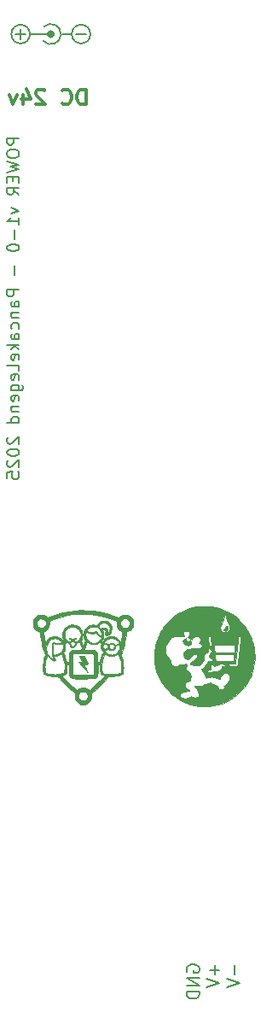
<source format=gbr>
%TF.GenerationSoftware,KiCad,Pcbnew,9.0.1*%
%TF.CreationDate,2025-05-21T18:26:19+10:00*%
%TF.ProjectId,Power,506f7765-722e-46b6-9963-61645f706362,rev?*%
%TF.SameCoordinates,Original*%
%TF.FileFunction,Legend,Bot*%
%TF.FilePolarity,Positive*%
%FSLAX46Y46*%
G04 Gerber Fmt 4.6, Leading zero omitted, Abs format (unit mm)*
G04 Created by KiCad (PCBNEW 9.0.1) date 2025-05-21 18:26:19*
%MOMM*%
%LPD*%
G01*
G04 APERTURE LIST*
%ADD10C,0.150000*%
%ADD11C,0.300000*%
%ADD12C,0.200000*%
%ADD13C,0.010000*%
%ADD14C,0.500000*%
G04 APERTURE END LIST*
D10*
X109500000Y-43825000D02*
X108500000Y-43825000D01*
X103500000Y-43825000D02*
X102500000Y-43825000D01*
X103000000Y-43324999D02*
X103000000Y-44325000D01*
X102845342Y-54134398D02*
X101645342Y-54134398D01*
X101645342Y-54134398D02*
X101645342Y-54591541D01*
X101645342Y-54591541D02*
X101702485Y-54705826D01*
X101702485Y-54705826D02*
X101759628Y-54762969D01*
X101759628Y-54762969D02*
X101873914Y-54820112D01*
X101873914Y-54820112D02*
X102045342Y-54820112D01*
X102045342Y-54820112D02*
X102159628Y-54762969D01*
X102159628Y-54762969D02*
X102216771Y-54705826D01*
X102216771Y-54705826D02*
X102273914Y-54591541D01*
X102273914Y-54591541D02*
X102273914Y-54134398D01*
X101645342Y-55562969D02*
X101645342Y-55791541D01*
X101645342Y-55791541D02*
X101702485Y-55905826D01*
X101702485Y-55905826D02*
X101816771Y-56020112D01*
X101816771Y-56020112D02*
X102045342Y-56077255D01*
X102045342Y-56077255D02*
X102445342Y-56077255D01*
X102445342Y-56077255D02*
X102673914Y-56020112D01*
X102673914Y-56020112D02*
X102788200Y-55905826D01*
X102788200Y-55905826D02*
X102845342Y-55791541D01*
X102845342Y-55791541D02*
X102845342Y-55562969D01*
X102845342Y-55562969D02*
X102788200Y-55448684D01*
X102788200Y-55448684D02*
X102673914Y-55334398D01*
X102673914Y-55334398D02*
X102445342Y-55277255D01*
X102445342Y-55277255D02*
X102045342Y-55277255D01*
X102045342Y-55277255D02*
X101816771Y-55334398D01*
X101816771Y-55334398D02*
X101702485Y-55448684D01*
X101702485Y-55448684D02*
X101645342Y-55562969D01*
X101645342Y-56477255D02*
X102845342Y-56762969D01*
X102845342Y-56762969D02*
X101988200Y-56991541D01*
X101988200Y-56991541D02*
X102845342Y-57220112D01*
X102845342Y-57220112D02*
X101645342Y-57505827D01*
X102216771Y-57962970D02*
X102216771Y-58362970D01*
X102845342Y-58534398D02*
X102845342Y-57962970D01*
X102845342Y-57962970D02*
X101645342Y-57962970D01*
X101645342Y-57962970D02*
X101645342Y-58534398D01*
X102845342Y-59734398D02*
X102273914Y-59334398D01*
X102845342Y-59048684D02*
X101645342Y-59048684D01*
X101645342Y-59048684D02*
X101645342Y-59505827D01*
X101645342Y-59505827D02*
X101702485Y-59620112D01*
X101702485Y-59620112D02*
X101759628Y-59677255D01*
X101759628Y-59677255D02*
X101873914Y-59734398D01*
X101873914Y-59734398D02*
X102045342Y-59734398D01*
X102045342Y-59734398D02*
X102159628Y-59677255D01*
X102159628Y-59677255D02*
X102216771Y-59620112D01*
X102216771Y-59620112D02*
X102273914Y-59505827D01*
X102273914Y-59505827D02*
X102273914Y-59048684D01*
X102045342Y-61048684D02*
X102845342Y-61334398D01*
X102845342Y-61334398D02*
X102045342Y-61620113D01*
X102845342Y-62705827D02*
X102845342Y-62020113D01*
X102845342Y-62362970D02*
X101645342Y-62362970D01*
X101645342Y-62362970D02*
X101816771Y-62248684D01*
X101816771Y-62248684D02*
X101931057Y-62134399D01*
X101931057Y-62134399D02*
X101988200Y-62020113D01*
X102388200Y-63220113D02*
X102388200Y-64134399D01*
X101645342Y-64934398D02*
X101645342Y-65048684D01*
X101645342Y-65048684D02*
X101702485Y-65162970D01*
X101702485Y-65162970D02*
X101759628Y-65220113D01*
X101759628Y-65220113D02*
X101873914Y-65277255D01*
X101873914Y-65277255D02*
X102102485Y-65334398D01*
X102102485Y-65334398D02*
X102388200Y-65334398D01*
X102388200Y-65334398D02*
X102616771Y-65277255D01*
X102616771Y-65277255D02*
X102731057Y-65220113D01*
X102731057Y-65220113D02*
X102788200Y-65162970D01*
X102788200Y-65162970D02*
X102845342Y-65048684D01*
X102845342Y-65048684D02*
X102845342Y-64934398D01*
X102845342Y-64934398D02*
X102788200Y-64820113D01*
X102788200Y-64820113D02*
X102731057Y-64762970D01*
X102731057Y-64762970D02*
X102616771Y-64705827D01*
X102616771Y-64705827D02*
X102388200Y-64648684D01*
X102388200Y-64648684D02*
X102102485Y-64648684D01*
X102102485Y-64648684D02*
X101873914Y-64705827D01*
X101873914Y-64705827D02*
X101759628Y-64762970D01*
X101759628Y-64762970D02*
X101702485Y-64820113D01*
X101702485Y-64820113D02*
X101645342Y-64934398D01*
X102388200Y-66762970D02*
X102388200Y-67677256D01*
X102845342Y-69162970D02*
X101645342Y-69162970D01*
X101645342Y-69162970D02*
X101645342Y-69620113D01*
X101645342Y-69620113D02*
X101702485Y-69734398D01*
X101702485Y-69734398D02*
X101759628Y-69791541D01*
X101759628Y-69791541D02*
X101873914Y-69848684D01*
X101873914Y-69848684D02*
X102045342Y-69848684D01*
X102045342Y-69848684D02*
X102159628Y-69791541D01*
X102159628Y-69791541D02*
X102216771Y-69734398D01*
X102216771Y-69734398D02*
X102273914Y-69620113D01*
X102273914Y-69620113D02*
X102273914Y-69162970D01*
X102845342Y-70877256D02*
X102216771Y-70877256D01*
X102216771Y-70877256D02*
X102102485Y-70820113D01*
X102102485Y-70820113D02*
X102045342Y-70705827D01*
X102045342Y-70705827D02*
X102045342Y-70477256D01*
X102045342Y-70477256D02*
X102102485Y-70362970D01*
X102788200Y-70877256D02*
X102845342Y-70762970D01*
X102845342Y-70762970D02*
X102845342Y-70477256D01*
X102845342Y-70477256D02*
X102788200Y-70362970D01*
X102788200Y-70362970D02*
X102673914Y-70305827D01*
X102673914Y-70305827D02*
X102559628Y-70305827D01*
X102559628Y-70305827D02*
X102445342Y-70362970D01*
X102445342Y-70362970D02*
X102388200Y-70477256D01*
X102388200Y-70477256D02*
X102388200Y-70762970D01*
X102388200Y-70762970D02*
X102331057Y-70877256D01*
X102045342Y-71448684D02*
X102845342Y-71448684D01*
X102159628Y-71448684D02*
X102102485Y-71505827D01*
X102102485Y-71505827D02*
X102045342Y-71620112D01*
X102045342Y-71620112D02*
X102045342Y-71791541D01*
X102045342Y-71791541D02*
X102102485Y-71905827D01*
X102102485Y-71905827D02*
X102216771Y-71962970D01*
X102216771Y-71962970D02*
X102845342Y-71962970D01*
X102788200Y-73048684D02*
X102845342Y-72934398D01*
X102845342Y-72934398D02*
X102845342Y-72705826D01*
X102845342Y-72705826D02*
X102788200Y-72591541D01*
X102788200Y-72591541D02*
X102731057Y-72534398D01*
X102731057Y-72534398D02*
X102616771Y-72477255D01*
X102616771Y-72477255D02*
X102273914Y-72477255D01*
X102273914Y-72477255D02*
X102159628Y-72534398D01*
X102159628Y-72534398D02*
X102102485Y-72591541D01*
X102102485Y-72591541D02*
X102045342Y-72705826D01*
X102045342Y-72705826D02*
X102045342Y-72934398D01*
X102045342Y-72934398D02*
X102102485Y-73048684D01*
X102845342Y-74077255D02*
X102216771Y-74077255D01*
X102216771Y-74077255D02*
X102102485Y-74020112D01*
X102102485Y-74020112D02*
X102045342Y-73905826D01*
X102045342Y-73905826D02*
X102045342Y-73677255D01*
X102045342Y-73677255D02*
X102102485Y-73562969D01*
X102788200Y-74077255D02*
X102845342Y-73962969D01*
X102845342Y-73962969D02*
X102845342Y-73677255D01*
X102845342Y-73677255D02*
X102788200Y-73562969D01*
X102788200Y-73562969D02*
X102673914Y-73505826D01*
X102673914Y-73505826D02*
X102559628Y-73505826D01*
X102559628Y-73505826D02*
X102445342Y-73562969D01*
X102445342Y-73562969D02*
X102388200Y-73677255D01*
X102388200Y-73677255D02*
X102388200Y-73962969D01*
X102388200Y-73962969D02*
X102331057Y-74077255D01*
X102845342Y-74648683D02*
X101645342Y-74648683D01*
X102388200Y-74762969D02*
X102845342Y-75105826D01*
X102045342Y-75105826D02*
X102502485Y-74648683D01*
X102788200Y-76077255D02*
X102845342Y-75962969D01*
X102845342Y-75962969D02*
X102845342Y-75734398D01*
X102845342Y-75734398D02*
X102788200Y-75620112D01*
X102788200Y-75620112D02*
X102673914Y-75562969D01*
X102673914Y-75562969D02*
X102216771Y-75562969D01*
X102216771Y-75562969D02*
X102102485Y-75620112D01*
X102102485Y-75620112D02*
X102045342Y-75734398D01*
X102045342Y-75734398D02*
X102045342Y-75962969D01*
X102045342Y-75962969D02*
X102102485Y-76077255D01*
X102102485Y-76077255D02*
X102216771Y-76134398D01*
X102216771Y-76134398D02*
X102331057Y-76134398D01*
X102331057Y-76134398D02*
X102445342Y-75562969D01*
X102845342Y-77220111D02*
X102845342Y-76648683D01*
X102845342Y-76648683D02*
X101645342Y-76648683D01*
X102788200Y-78077255D02*
X102845342Y-77962969D01*
X102845342Y-77962969D02*
X102845342Y-77734398D01*
X102845342Y-77734398D02*
X102788200Y-77620112D01*
X102788200Y-77620112D02*
X102673914Y-77562969D01*
X102673914Y-77562969D02*
X102216771Y-77562969D01*
X102216771Y-77562969D02*
X102102485Y-77620112D01*
X102102485Y-77620112D02*
X102045342Y-77734398D01*
X102045342Y-77734398D02*
X102045342Y-77962969D01*
X102045342Y-77962969D02*
X102102485Y-78077255D01*
X102102485Y-78077255D02*
X102216771Y-78134398D01*
X102216771Y-78134398D02*
X102331057Y-78134398D01*
X102331057Y-78134398D02*
X102445342Y-77562969D01*
X102045342Y-79162969D02*
X103016771Y-79162969D01*
X103016771Y-79162969D02*
X103131057Y-79105826D01*
X103131057Y-79105826D02*
X103188200Y-79048683D01*
X103188200Y-79048683D02*
X103245342Y-78934397D01*
X103245342Y-78934397D02*
X103245342Y-78762969D01*
X103245342Y-78762969D02*
X103188200Y-78648683D01*
X102788200Y-79162969D02*
X102845342Y-79048683D01*
X102845342Y-79048683D02*
X102845342Y-78820111D01*
X102845342Y-78820111D02*
X102788200Y-78705826D01*
X102788200Y-78705826D02*
X102731057Y-78648683D01*
X102731057Y-78648683D02*
X102616771Y-78591540D01*
X102616771Y-78591540D02*
X102273914Y-78591540D01*
X102273914Y-78591540D02*
X102159628Y-78648683D01*
X102159628Y-78648683D02*
X102102485Y-78705826D01*
X102102485Y-78705826D02*
X102045342Y-78820111D01*
X102045342Y-78820111D02*
X102045342Y-79048683D01*
X102045342Y-79048683D02*
X102102485Y-79162969D01*
X102788200Y-80191540D02*
X102845342Y-80077254D01*
X102845342Y-80077254D02*
X102845342Y-79848683D01*
X102845342Y-79848683D02*
X102788200Y-79734397D01*
X102788200Y-79734397D02*
X102673914Y-79677254D01*
X102673914Y-79677254D02*
X102216771Y-79677254D01*
X102216771Y-79677254D02*
X102102485Y-79734397D01*
X102102485Y-79734397D02*
X102045342Y-79848683D01*
X102045342Y-79848683D02*
X102045342Y-80077254D01*
X102045342Y-80077254D02*
X102102485Y-80191540D01*
X102102485Y-80191540D02*
X102216771Y-80248683D01*
X102216771Y-80248683D02*
X102331057Y-80248683D01*
X102331057Y-80248683D02*
X102445342Y-79677254D01*
X102045342Y-80762968D02*
X102845342Y-80762968D01*
X102159628Y-80762968D02*
X102102485Y-80820111D01*
X102102485Y-80820111D02*
X102045342Y-80934396D01*
X102045342Y-80934396D02*
X102045342Y-81105825D01*
X102045342Y-81105825D02*
X102102485Y-81220111D01*
X102102485Y-81220111D02*
X102216771Y-81277254D01*
X102216771Y-81277254D02*
X102845342Y-81277254D01*
X102845342Y-82362968D02*
X101645342Y-82362968D01*
X102788200Y-82362968D02*
X102845342Y-82248682D01*
X102845342Y-82248682D02*
X102845342Y-82020110D01*
X102845342Y-82020110D02*
X102788200Y-81905825D01*
X102788200Y-81905825D02*
X102731057Y-81848682D01*
X102731057Y-81848682D02*
X102616771Y-81791539D01*
X102616771Y-81791539D02*
X102273914Y-81791539D01*
X102273914Y-81791539D02*
X102159628Y-81848682D01*
X102159628Y-81848682D02*
X102102485Y-81905825D01*
X102102485Y-81905825D02*
X102045342Y-82020110D01*
X102045342Y-82020110D02*
X102045342Y-82248682D01*
X102045342Y-82248682D02*
X102102485Y-82362968D01*
X101759628Y-83791539D02*
X101702485Y-83848682D01*
X101702485Y-83848682D02*
X101645342Y-83962968D01*
X101645342Y-83962968D02*
X101645342Y-84248682D01*
X101645342Y-84248682D02*
X101702485Y-84362968D01*
X101702485Y-84362968D02*
X101759628Y-84420110D01*
X101759628Y-84420110D02*
X101873914Y-84477253D01*
X101873914Y-84477253D02*
X101988200Y-84477253D01*
X101988200Y-84477253D02*
X102159628Y-84420110D01*
X102159628Y-84420110D02*
X102845342Y-83734396D01*
X102845342Y-83734396D02*
X102845342Y-84477253D01*
X101645342Y-85220110D02*
X101645342Y-85334396D01*
X101645342Y-85334396D02*
X101702485Y-85448682D01*
X101702485Y-85448682D02*
X101759628Y-85505825D01*
X101759628Y-85505825D02*
X101873914Y-85562967D01*
X101873914Y-85562967D02*
X102102485Y-85620110D01*
X102102485Y-85620110D02*
X102388200Y-85620110D01*
X102388200Y-85620110D02*
X102616771Y-85562967D01*
X102616771Y-85562967D02*
X102731057Y-85505825D01*
X102731057Y-85505825D02*
X102788200Y-85448682D01*
X102788200Y-85448682D02*
X102845342Y-85334396D01*
X102845342Y-85334396D02*
X102845342Y-85220110D01*
X102845342Y-85220110D02*
X102788200Y-85105825D01*
X102788200Y-85105825D02*
X102731057Y-85048682D01*
X102731057Y-85048682D02*
X102616771Y-84991539D01*
X102616771Y-84991539D02*
X102388200Y-84934396D01*
X102388200Y-84934396D02*
X102102485Y-84934396D01*
X102102485Y-84934396D02*
X101873914Y-84991539D01*
X101873914Y-84991539D02*
X101759628Y-85048682D01*
X101759628Y-85048682D02*
X101702485Y-85105825D01*
X101702485Y-85105825D02*
X101645342Y-85220110D01*
X101759628Y-86077253D02*
X101702485Y-86134396D01*
X101702485Y-86134396D02*
X101645342Y-86248682D01*
X101645342Y-86248682D02*
X101645342Y-86534396D01*
X101645342Y-86534396D02*
X101702485Y-86648682D01*
X101702485Y-86648682D02*
X101759628Y-86705824D01*
X101759628Y-86705824D02*
X101873914Y-86762967D01*
X101873914Y-86762967D02*
X101988200Y-86762967D01*
X101988200Y-86762967D02*
X102159628Y-86705824D01*
X102159628Y-86705824D02*
X102845342Y-86020110D01*
X102845342Y-86020110D02*
X102845342Y-86762967D01*
X101645342Y-87848681D02*
X101645342Y-87277253D01*
X101645342Y-87277253D02*
X102216771Y-87220110D01*
X102216771Y-87220110D02*
X102159628Y-87277253D01*
X102159628Y-87277253D02*
X102102485Y-87391539D01*
X102102485Y-87391539D02*
X102102485Y-87677253D01*
X102102485Y-87677253D02*
X102159628Y-87791539D01*
X102159628Y-87791539D02*
X102216771Y-87848681D01*
X102216771Y-87848681D02*
X102331057Y-87905824D01*
X102331057Y-87905824D02*
X102616771Y-87905824D01*
X102616771Y-87905824D02*
X102731057Y-87848681D01*
X102731057Y-87848681D02*
X102788200Y-87791539D01*
X102788200Y-87791539D02*
X102845342Y-87677253D01*
X102845342Y-87677253D02*
X102845342Y-87391539D01*
X102845342Y-87391539D02*
X102788200Y-87277253D01*
X102788200Y-87277253D02*
X102731057Y-87220110D01*
D11*
X109464285Y-50800828D02*
X109464285Y-49300828D01*
X109464285Y-49300828D02*
X109107142Y-49300828D01*
X109107142Y-49300828D02*
X108892856Y-49372257D01*
X108892856Y-49372257D02*
X108749999Y-49515114D01*
X108749999Y-49515114D02*
X108678570Y-49657971D01*
X108678570Y-49657971D02*
X108607142Y-49943685D01*
X108607142Y-49943685D02*
X108607142Y-50157971D01*
X108607142Y-50157971D02*
X108678570Y-50443685D01*
X108678570Y-50443685D02*
X108749999Y-50586542D01*
X108749999Y-50586542D02*
X108892856Y-50729400D01*
X108892856Y-50729400D02*
X109107142Y-50800828D01*
X109107142Y-50800828D02*
X109464285Y-50800828D01*
X107107142Y-50657971D02*
X107178570Y-50729400D01*
X107178570Y-50729400D02*
X107392856Y-50800828D01*
X107392856Y-50800828D02*
X107535713Y-50800828D01*
X107535713Y-50800828D02*
X107749999Y-50729400D01*
X107749999Y-50729400D02*
X107892856Y-50586542D01*
X107892856Y-50586542D02*
X107964285Y-50443685D01*
X107964285Y-50443685D02*
X108035713Y-50157971D01*
X108035713Y-50157971D02*
X108035713Y-49943685D01*
X108035713Y-49943685D02*
X107964285Y-49657971D01*
X107964285Y-49657971D02*
X107892856Y-49515114D01*
X107892856Y-49515114D02*
X107749999Y-49372257D01*
X107749999Y-49372257D02*
X107535713Y-49300828D01*
X107535713Y-49300828D02*
X107392856Y-49300828D01*
X107392856Y-49300828D02*
X107178570Y-49372257D01*
X107178570Y-49372257D02*
X107107142Y-49443685D01*
X105392856Y-49443685D02*
X105321428Y-49372257D01*
X105321428Y-49372257D02*
X105178571Y-49300828D01*
X105178571Y-49300828D02*
X104821428Y-49300828D01*
X104821428Y-49300828D02*
X104678571Y-49372257D01*
X104678571Y-49372257D02*
X104607142Y-49443685D01*
X104607142Y-49443685D02*
X104535713Y-49586542D01*
X104535713Y-49586542D02*
X104535713Y-49729400D01*
X104535713Y-49729400D02*
X104607142Y-49943685D01*
X104607142Y-49943685D02*
X105464285Y-50800828D01*
X105464285Y-50800828D02*
X104535713Y-50800828D01*
X103250000Y-49800828D02*
X103250000Y-50800828D01*
X103607142Y-49229400D02*
X103964285Y-50300828D01*
X103964285Y-50300828D02*
X103035714Y-50300828D01*
X102607143Y-49800828D02*
X102250000Y-50800828D01*
X102250000Y-50800828D02*
X101892857Y-49800828D01*
D12*
X119527602Y-136777877D02*
X119467126Y-136656924D01*
X119467126Y-136656924D02*
X119467126Y-136475496D01*
X119467126Y-136475496D02*
X119527602Y-136294067D01*
X119527602Y-136294067D02*
X119648554Y-136173115D01*
X119648554Y-136173115D02*
X119769507Y-136112638D01*
X119769507Y-136112638D02*
X120011411Y-136052162D01*
X120011411Y-136052162D02*
X120192840Y-136052162D01*
X120192840Y-136052162D02*
X120434745Y-136112638D01*
X120434745Y-136112638D02*
X120555697Y-136173115D01*
X120555697Y-136173115D02*
X120676650Y-136294067D01*
X120676650Y-136294067D02*
X120737126Y-136475496D01*
X120737126Y-136475496D02*
X120737126Y-136596448D01*
X120737126Y-136596448D02*
X120676650Y-136777877D01*
X120676650Y-136777877D02*
X120616173Y-136838353D01*
X120616173Y-136838353D02*
X120192840Y-136838353D01*
X120192840Y-136838353D02*
X120192840Y-136596448D01*
X120737126Y-137382638D02*
X119467126Y-137382638D01*
X119467126Y-137382638D02*
X120737126Y-138108353D01*
X120737126Y-138108353D02*
X119467126Y-138108353D01*
X120737126Y-138713114D02*
X119467126Y-138713114D01*
X119467126Y-138713114D02*
X119467126Y-139015495D01*
X119467126Y-139015495D02*
X119527602Y-139196924D01*
X119527602Y-139196924D02*
X119648554Y-139317876D01*
X119648554Y-139317876D02*
X119769507Y-139378353D01*
X119769507Y-139378353D02*
X120011411Y-139438829D01*
X120011411Y-139438829D02*
X120192840Y-139438829D01*
X120192840Y-139438829D02*
X120434745Y-139378353D01*
X120434745Y-139378353D02*
X120555697Y-139317876D01*
X120555697Y-139317876D02*
X120676650Y-139196924D01*
X120676650Y-139196924D02*
X120737126Y-139015495D01*
X120737126Y-139015495D02*
X120737126Y-138713114D01*
X124253316Y-136112638D02*
X124253316Y-137080258D01*
X123467126Y-137503591D02*
X124737126Y-137926924D01*
X124737126Y-137926924D02*
X123467126Y-138350258D01*
X122253316Y-136112638D02*
X122253316Y-137080258D01*
X122737126Y-136596448D02*
X121769507Y-136596448D01*
X121467126Y-137503591D02*
X122737126Y-137926924D01*
X122737126Y-137926924D02*
X121467126Y-138350258D01*
D13*
%TO.C,Ref\u002A\u002A*%
X123478238Y-102496758D02*
X123533574Y-102528118D01*
X123567076Y-102595176D01*
X123578333Y-102697272D01*
X123578151Y-102710527D01*
X123560195Y-102811675D01*
X123509541Y-102892940D01*
X123421461Y-102962308D01*
X123417865Y-102964455D01*
X123358059Y-102991192D01*
X123304531Y-103002254D01*
X123266336Y-102993331D01*
X123214657Y-102963723D01*
X123172458Y-102924546D01*
X123155000Y-102887508D01*
X123162949Y-102869125D01*
X123193172Y-102826622D01*
X123238226Y-102773683D01*
X123271188Y-102733652D01*
X123313407Y-102668645D01*
X123335921Y-102614942D01*
X123336753Y-102611105D01*
X123360258Y-102540967D01*
X123396366Y-102504674D01*
X123452725Y-102494333D01*
X123478238Y-102496758D01*
G36*
X123478238Y-102496758D02*
G01*
X123533574Y-102528118D01*
X123567076Y-102595176D01*
X123578333Y-102697272D01*
X123578151Y-102710527D01*
X123560195Y-102811675D01*
X123509541Y-102892940D01*
X123421461Y-102962308D01*
X123417865Y-102964455D01*
X123358059Y-102991192D01*
X123304531Y-103002254D01*
X123266336Y-102993331D01*
X123214657Y-102963723D01*
X123172458Y-102924546D01*
X123155000Y-102887508D01*
X123162949Y-102869125D01*
X123193172Y-102826622D01*
X123238226Y-102773683D01*
X123271188Y-102733652D01*
X123313407Y-102668645D01*
X123335921Y-102614942D01*
X123336753Y-102611105D01*
X123360258Y-102540967D01*
X123396366Y-102504674D01*
X123452725Y-102494333D01*
X123478238Y-102496758D01*
G37*
X119386830Y-103722027D02*
X119410284Y-103728797D01*
X119418258Y-103755103D01*
X119414472Y-103811958D01*
X119411464Y-103864175D01*
X119422345Y-103909864D01*
X119455132Y-103949216D01*
X119507054Y-103984911D01*
X119570505Y-104009459D01*
X119610763Y-104012942D01*
X119655425Y-103998319D01*
X119709865Y-103956868D01*
X119733683Y-103936494D01*
X119774989Y-103904107D01*
X119796823Y-103891333D01*
X119802712Y-103894741D01*
X119828133Y-103922932D01*
X119862821Y-103970330D01*
X119874694Y-103988746D01*
X119907077Y-104064630D01*
X119916030Y-104155538D01*
X119915292Y-104181565D01*
X119896912Y-104272730D01*
X119849757Y-104338353D01*
X119768333Y-104387042D01*
X119767598Y-104387357D01*
X119674671Y-104414472D01*
X119576068Y-104414973D01*
X119458096Y-104388946D01*
X119413704Y-104374444D01*
X119283301Y-104311157D01*
X119188902Y-104228155D01*
X119131519Y-104126555D01*
X119112167Y-104007474D01*
X119112956Y-103974436D01*
X119125866Y-103897439D01*
X119158054Y-103838706D01*
X119163201Y-103832452D01*
X119227717Y-103777942D01*
X119307969Y-103737698D01*
X119384054Y-103722000D01*
X119386830Y-103722027D01*
G36*
X119386830Y-103722027D02*
G01*
X119410284Y-103728797D01*
X119418258Y-103755103D01*
X119414472Y-103811958D01*
X119411464Y-103864175D01*
X119422345Y-103909864D01*
X119455132Y-103949216D01*
X119507054Y-103984911D01*
X119570505Y-104009459D01*
X119610763Y-104012942D01*
X119655425Y-103998319D01*
X119709865Y-103956868D01*
X119733683Y-103936494D01*
X119774989Y-103904107D01*
X119796823Y-103891333D01*
X119802712Y-103894741D01*
X119828133Y-103922932D01*
X119862821Y-103970330D01*
X119874694Y-103988746D01*
X119907077Y-104064630D01*
X119916030Y-104155538D01*
X119915292Y-104181565D01*
X119896912Y-104272730D01*
X119849757Y-104338353D01*
X119768333Y-104387042D01*
X119767598Y-104387357D01*
X119674671Y-104414472D01*
X119576068Y-104414973D01*
X119458096Y-104388946D01*
X119413704Y-104374444D01*
X119283301Y-104311157D01*
X119188902Y-104228155D01*
X119131519Y-104126555D01*
X119112167Y-104007474D01*
X119112956Y-103974436D01*
X119125866Y-103897439D01*
X119158054Y-103838706D01*
X119163201Y-103832452D01*
X119227717Y-103777942D01*
X119307969Y-103737698D01*
X119384054Y-103722000D01*
X119386830Y-103722027D01*
G37*
X125504634Y-102896087D02*
X125713316Y-103276199D01*
X125818416Y-103500053D01*
X125828802Y-103526208D01*
X125971359Y-103885234D01*
X126087292Y-104270354D01*
X126167953Y-104662877D01*
X126215076Y-105070270D01*
X126230396Y-105500000D01*
X126226097Y-105731247D01*
X126193676Y-106151213D01*
X126128099Y-106552793D01*
X126027721Y-106943071D01*
X125890901Y-107329128D01*
X125742550Y-107659000D01*
X125715996Y-107718045D01*
X125631678Y-107880766D01*
X125397772Y-108269419D01*
X125132166Y-108631717D01*
X124836934Y-108966251D01*
X124514152Y-109271611D01*
X124165897Y-109546390D01*
X123794244Y-109789175D01*
X123401269Y-109998558D01*
X122989047Y-110173130D01*
X122559655Y-110311480D01*
X122115168Y-110412200D01*
X121657662Y-110473879D01*
X121639016Y-110475418D01*
X121532290Y-110481126D01*
X121401386Y-110484455D01*
X121261163Y-110485152D01*
X121126480Y-110482962D01*
X121064858Y-110480858D01*
X120638191Y-110448276D01*
X120232349Y-110383579D01*
X119839280Y-110284798D01*
X119450930Y-110149962D01*
X119059250Y-109977100D01*
X118738275Y-109806969D01*
X118357153Y-109563387D01*
X118003180Y-109287569D01*
X117675739Y-108978977D01*
X117374216Y-108637071D01*
X117097994Y-108261313D01*
X117031584Y-108159675D01*
X116809342Y-107771670D01*
X116624991Y-107368401D01*
X116478533Y-106952713D01*
X116369965Y-106527451D01*
X116299291Y-106095459D01*
X116266508Y-105659583D01*
X116271616Y-105222668D01*
X116314616Y-104787560D01*
X116329282Y-104709517D01*
X117360908Y-104709517D01*
X117361232Y-104840150D01*
X117369204Y-104979502D01*
X117384197Y-105114067D01*
X117405583Y-105230342D01*
X117407506Y-105238264D01*
X117434768Y-105323841D01*
X117475130Y-105404146D01*
X117533884Y-105486712D01*
X117616323Y-105579069D01*
X117727739Y-105688747D01*
X117902192Y-105853881D01*
X117890419Y-105983723D01*
X117888234Y-106015985D01*
X117899509Y-106154948D01*
X117947211Y-106273861D01*
X118032405Y-106375662D01*
X118120887Y-106438834D01*
X118245717Y-106484331D01*
X118381190Y-106491342D01*
X118523206Y-106459781D01*
X118667667Y-106389556D01*
X118693784Y-106374026D01*
X118743072Y-106350711D01*
X118798190Y-106335628D01*
X118871304Y-106325980D01*
X118974583Y-106318967D01*
X119021310Y-106315977D01*
X119128727Y-106306201D01*
X119227131Y-106293735D01*
X119299871Y-106280542D01*
X119349641Y-106269365D01*
X119395354Y-106263663D01*
X119422024Y-106271233D01*
X119442477Y-106293216D01*
X119466550Y-106341087D01*
X119484563Y-106402692D01*
X119487722Y-106451630D01*
X119472154Y-106500122D01*
X119431916Y-106561935D01*
X119408238Y-106596061D01*
X119377995Y-106647553D01*
X119366166Y-106679971D01*
X119368646Y-106702492D01*
X119391894Y-106755967D01*
X119442241Y-106819416D01*
X119522897Y-106896528D01*
X119637077Y-106990990D01*
X119848321Y-107157997D01*
X119874113Y-107317884D01*
X119875563Y-107326775D01*
X119890619Y-107410383D01*
X119905661Y-107481094D01*
X119917639Y-107524412D01*
X119924576Y-107558323D01*
X119904836Y-107596397D01*
X119887433Y-107619471D01*
X119860872Y-107677564D01*
X119836102Y-107752308D01*
X119817806Y-107828966D01*
X119810667Y-107892798D01*
X119810391Y-107905613D01*
X119802258Y-107935654D01*
X119774396Y-107951901D01*
X119715548Y-107962617D01*
X119681407Y-107969149D01*
X119596861Y-107994501D01*
X119516552Y-108028292D01*
X119444558Y-108071970D01*
X119357089Y-108156501D01*
X119306007Y-108253351D01*
X119290868Y-108357528D01*
X119311226Y-108464042D01*
X119366635Y-108567904D01*
X119456649Y-108664122D01*
X119580822Y-108747708D01*
X119633136Y-108775759D01*
X119678858Y-108800322D01*
X119697821Y-108810578D01*
X119709409Y-108832747D01*
X119716465Y-108873109D01*
X119716755Y-108911749D01*
X119708506Y-108929000D01*
X119676431Y-108935884D01*
X119626836Y-108953477D01*
X119579439Y-108965725D01*
X119503719Y-108976062D01*
X119419083Y-108981262D01*
X119293153Y-108992266D01*
X119139166Y-109030045D01*
X119005309Y-109091307D01*
X118898216Y-109172817D01*
X118824519Y-109271336D01*
X118819650Y-109281493D01*
X118804079Y-109364053D01*
X118824406Y-109448343D01*
X118876003Y-109526988D01*
X118954244Y-109592617D01*
X119054501Y-109637855D01*
X119058224Y-109638931D01*
X119135952Y-109654394D01*
X119234318Y-109665120D01*
X119332967Y-109668843D01*
X119430650Y-109664499D01*
X119567299Y-109639421D01*
X119691978Y-109587376D01*
X119820364Y-109503026D01*
X119879645Y-109459689D01*
X119915750Y-109438797D01*
X119934462Y-109438977D01*
X119943583Y-109457337D01*
X119946897Y-109466704D01*
X119986203Y-109509182D01*
X120057327Y-109543434D01*
X120151896Y-109567815D01*
X120261536Y-109580679D01*
X120377876Y-109580378D01*
X120492542Y-109565268D01*
X120556124Y-109547148D01*
X120644537Y-109498290D01*
X120700986Y-109431131D01*
X120720833Y-109350042D01*
X120713915Y-109286981D01*
X120682807Y-109176334D01*
X120629577Y-109045237D01*
X120557397Y-108900475D01*
X120469445Y-108748841D01*
X120368893Y-108597124D01*
X120360143Y-108584729D01*
X120317597Y-108523490D01*
X120287658Y-108478779D01*
X120276346Y-108459540D01*
X120282270Y-108458246D01*
X120321979Y-108456070D01*
X120392864Y-108454327D01*
X120487669Y-108453170D01*
X120599137Y-108452750D01*
X120637436Y-108452727D01*
X120752858Y-108451966D01*
X120837135Y-108449309D01*
X120899045Y-108443652D01*
X120947363Y-108433897D01*
X120990867Y-108418942D01*
X121038333Y-108397687D01*
X121088876Y-108371473D01*
X121158673Y-108328303D01*
X121207667Y-108289621D01*
X121240037Y-108262610D01*
X121280693Y-108244441D01*
X121340047Y-108233103D01*
X121429917Y-108225170D01*
X121532368Y-108213385D01*
X121641850Y-108192968D01*
X121732948Y-108168496D01*
X121866645Y-108123269D01*
X121934031Y-108180154D01*
X122006914Y-108231938D01*
X122129118Y-108296250D01*
X122270905Y-108352262D01*
X122419458Y-108394321D01*
X122484662Y-108409334D01*
X122540624Y-108425166D01*
X122570103Y-108441238D01*
X122581579Y-108462747D01*
X122583533Y-108494891D01*
X122590667Y-108558275D01*
X122631604Y-108654526D01*
X122702562Y-108731844D01*
X122796286Y-108783307D01*
X122905522Y-108802000D01*
X122950198Y-108800733D01*
X123028228Y-108786960D01*
X123096186Y-108752249D01*
X123170875Y-108689474D01*
X123182462Y-108678060D01*
X123229327Y-108611290D01*
X123234281Y-108550321D01*
X123197333Y-108495083D01*
X123168988Y-108466155D01*
X123155050Y-108444178D01*
X123168816Y-108431094D01*
X123211164Y-108404141D01*
X123272125Y-108370436D01*
X123371281Y-108308180D01*
X123493112Y-108204583D01*
X123598995Y-108085182D01*
X123676294Y-107962719D01*
X123678051Y-107959132D01*
X123708804Y-107889790D01*
X123726636Y-107827631D01*
X123734818Y-107756192D01*
X123736619Y-107659000D01*
X123728089Y-107522419D01*
X123700249Y-107413789D01*
X123648803Y-107323241D01*
X123569450Y-107239998D01*
X123481524Y-107182038D01*
X123377722Y-107157597D01*
X123260405Y-107172282D01*
X123252789Y-107174498D01*
X123167667Y-107216987D01*
X123075428Y-107289749D01*
X122984043Y-107384607D01*
X122901486Y-107493382D01*
X122835729Y-107607897D01*
X122764528Y-107757143D01*
X122488807Y-107676583D01*
X122469760Y-107670983D01*
X122363904Y-107638544D01*
X122270090Y-107607738D01*
X122197896Y-107581810D01*
X122156901Y-107564012D01*
X122091013Y-107541263D01*
X121979851Y-107534077D01*
X121834506Y-107548653D01*
X121656110Y-107584944D01*
X121586066Y-107601713D01*
X121505698Y-107620382D01*
X121447864Y-107633121D01*
X121421851Y-107637833D01*
X121412289Y-107628148D01*
X121392704Y-107587785D01*
X121370733Y-107526708D01*
X121348785Y-107466441D01*
X121279573Y-107324824D01*
X121177848Y-107159813D01*
X121042981Y-106970340D01*
X121004651Y-106918485D01*
X121463613Y-106918485D01*
X121529304Y-107024159D01*
X121560236Y-107070005D01*
X121595455Y-107112503D01*
X121618289Y-107128301D01*
X121652110Y-107123714D01*
X121729340Y-107106676D01*
X121823551Y-107081224D01*
X121920914Y-107051437D01*
X122007597Y-107021393D01*
X122069772Y-106995170D01*
X122102945Y-106979075D01*
X122151173Y-106961025D01*
X122202328Y-106952199D01*
X122269483Y-106950829D01*
X122365714Y-106955147D01*
X122439566Y-106958837D01*
X122512796Y-106959216D01*
X122567643Y-106952443D01*
X122617798Y-106936506D01*
X122676951Y-106909391D01*
X122706674Y-106894079D01*
X122804563Y-106827259D01*
X122883560Y-106739984D01*
X122954167Y-106621340D01*
X123004988Y-106521049D01*
X123143435Y-106512233D01*
X123173030Y-106510070D01*
X123256576Y-106498083D01*
X123304366Y-106477121D01*
X123321376Y-106443715D01*
X123312583Y-106394400D01*
X123304437Y-106376000D01*
X123252126Y-106318806D01*
X123168114Y-106273850D01*
X123060048Y-106244390D01*
X122935574Y-106233686D01*
X122768032Y-106247252D01*
X122591857Y-106294909D01*
X122416388Y-106379016D01*
X122235816Y-106501800D01*
X122216553Y-106501285D01*
X122172117Y-106474357D01*
X122110898Y-106421207D01*
X122079906Y-106392184D01*
X122027358Y-106350136D01*
X121985212Y-106331348D01*
X121941947Y-106329573D01*
X121900226Y-106338673D01*
X121865582Y-106364494D01*
X121848600Y-106410882D01*
X121848754Y-106482539D01*
X121865519Y-106584163D01*
X121898374Y-106720455D01*
X121899205Y-106723799D01*
X121898390Y-106753911D01*
X121873769Y-106778831D01*
X121817036Y-106807446D01*
X121734617Y-106841312D01*
X121520848Y-106905841D01*
X121463613Y-106918485D01*
X121004651Y-106918485D01*
X120998118Y-106909646D01*
X120952626Y-106845663D01*
X120923053Y-106800999D01*
X120914306Y-106782806D01*
X120925939Y-106774619D01*
X120964642Y-106748135D01*
X121019529Y-106710930D01*
X121131331Y-106623302D01*
X121263593Y-106493473D01*
X121397132Y-106337369D01*
X121482849Y-106220683D01*
X123574326Y-106220683D01*
X123650413Y-106304903D01*
X123678782Y-106338601D01*
X123713105Y-106388082D01*
X123726500Y-106420811D01*
X123727045Y-106424970D01*
X123736541Y-106435119D01*
X123761939Y-106442488D01*
X123773361Y-106443715D01*
X123808526Y-106447493D01*
X123881586Y-106450553D01*
X123986403Y-106452083D01*
X124128264Y-106452500D01*
X124203507Y-106452482D01*
X124323884Y-106452091D01*
X124410576Y-106450672D01*
X124469337Y-106447560D01*
X124505916Y-106442089D01*
X124526065Y-106433595D01*
X124535535Y-106421412D01*
X124540078Y-106404875D01*
X124543057Y-106383637D01*
X124550493Y-106323661D01*
X124561755Y-106229700D01*
X124576358Y-106105982D01*
X124593820Y-105956730D01*
X124613655Y-105786168D01*
X124635380Y-105598519D01*
X124658514Y-105398009D01*
X124682570Y-105188860D01*
X124707065Y-104975298D01*
X124731516Y-104761546D01*
X124755438Y-104551828D01*
X124778348Y-104350369D01*
X124799763Y-104161392D01*
X124819198Y-103989121D01*
X124836169Y-103837781D01*
X124850194Y-103711596D01*
X124860788Y-103614789D01*
X124867467Y-103551585D01*
X124869749Y-103526208D01*
X124851560Y-103519758D01*
X124804846Y-103514305D01*
X124743690Y-103510582D01*
X124682184Y-103509171D01*
X124634421Y-103510657D01*
X124614493Y-103515625D01*
X124614251Y-103517579D01*
X124610473Y-103550274D01*
X124602444Y-103620486D01*
X124590566Y-103724673D01*
X124575243Y-103859294D01*
X124556877Y-104020811D01*
X124535870Y-104205681D01*
X124513878Y-104399333D01*
X124512626Y-104410363D01*
X124487546Y-104631316D01*
X124461035Y-104865000D01*
X124413018Y-105288333D01*
X124308583Y-106209083D01*
X123941455Y-106214884D01*
X123574326Y-106220683D01*
X121482849Y-106220683D01*
X121525683Y-106162374D01*
X121642984Y-105975873D01*
X121651590Y-105962011D01*
X121669285Y-105948128D01*
X121699141Y-105951729D01*
X121754538Y-105972395D01*
X121823630Y-105994528D01*
X121915648Y-106004425D01*
X121988733Y-105988042D01*
X122036943Y-105947142D01*
X122054333Y-105883489D01*
X122051236Y-105856340D01*
X122025367Y-105805068D01*
X121969120Y-105751710D01*
X121877528Y-105690850D01*
X121855737Y-105676868D01*
X121773561Y-105599300D01*
X121726993Y-105507326D01*
X121718179Y-105407387D01*
X121746549Y-105314792D01*
X122288359Y-105314792D01*
X122289091Y-105323962D01*
X122293770Y-105370477D01*
X122301983Y-105447162D01*
X122312860Y-105545944D01*
X122325526Y-105658750D01*
X122361500Y-105976250D01*
X123234499Y-105981776D01*
X123349109Y-105982444D01*
X123553027Y-105983224D01*
X123719395Y-105983156D01*
X123851418Y-105982164D01*
X123952303Y-105980169D01*
X124025255Y-105977093D01*
X124073479Y-105972860D01*
X124100184Y-105967391D01*
X124108573Y-105960610D01*
X124109393Y-105950319D01*
X124114255Y-105902475D01*
X124122695Y-105824664D01*
X124133839Y-105724881D01*
X124146811Y-105611125D01*
X124183975Y-105288333D01*
X123235571Y-105288333D01*
X123052058Y-105288470D01*
X122848176Y-105289103D01*
X122681297Y-105290325D01*
X122548410Y-105292223D01*
X122446500Y-105294881D01*
X122372552Y-105298383D01*
X122323556Y-105302812D01*
X122296496Y-105308255D01*
X122288359Y-105314792D01*
X121746549Y-105314792D01*
X121749266Y-105305923D01*
X121766829Y-105274748D01*
X121808243Y-105208849D01*
X121855100Y-105140405D01*
X121863291Y-105128812D01*
X121913397Y-105039980D01*
X121927246Y-104964362D01*
X121904583Y-104893811D01*
X121845157Y-104820176D01*
X121835277Y-104810562D01*
X121758432Y-104754511D01*
X121691008Y-104737140D01*
X121637195Y-104757093D01*
X121601189Y-104813016D01*
X121587179Y-104903553D01*
X121584557Y-104965156D01*
X121572585Y-105024350D01*
X121544112Y-105069214D01*
X121491743Y-105110251D01*
X121408081Y-105157969D01*
X121355314Y-105187399D01*
X121290307Y-105231103D01*
X121246654Y-105275496D01*
X121212958Y-105330673D01*
X121177564Y-105433464D01*
X121166331Y-105572797D01*
X121187201Y-105727883D01*
X121191307Y-105746711D01*
X121197184Y-105802262D01*
X121186591Y-105853442D01*
X121156317Y-105920241D01*
X121155611Y-105921632D01*
X121055120Y-106091179D01*
X120944037Y-106226882D01*
X120824892Y-106326618D01*
X120700217Y-106388264D01*
X120572537Y-106409702D01*
X120567484Y-106409683D01*
X120508429Y-106406849D01*
X120422414Y-106400007D01*
X120319312Y-106390238D01*
X120209005Y-106378623D01*
X120101370Y-106366245D01*
X120006284Y-106354184D01*
X119933625Y-106343522D01*
X119893272Y-106335341D01*
X119883775Y-106329679D01*
X119856335Y-106292571D01*
X119832756Y-106235565D01*
X119829410Y-106224266D01*
X119817026Y-106171956D01*
X119820759Y-106143394D01*
X119841722Y-106124841D01*
X119951347Y-106055188D01*
X120099163Y-105950294D01*
X120231324Y-105843685D01*
X120342189Y-105740340D01*
X120426119Y-105645243D01*
X120477474Y-105563374D01*
X120487597Y-105540482D01*
X120504031Y-105492012D01*
X120501915Y-105453677D01*
X120481811Y-105405025D01*
X120429641Y-105329761D01*
X120346704Y-105275260D01*
X120242445Y-105256583D01*
X120216842Y-105257590D01*
X120137225Y-105279619D01*
X120074360Y-105334118D01*
X120021961Y-105425917D01*
X119950034Y-105556142D01*
X119859687Y-105661922D01*
X119758508Y-105732467D01*
X119645766Y-105770984D01*
X119520393Y-105777984D01*
X119403399Y-105748081D01*
X119301450Y-105683107D01*
X119221216Y-105584894D01*
X119206039Y-105555565D01*
X119172274Y-105443429D01*
X119161865Y-105316829D01*
X119175102Y-105191861D01*
X119212271Y-105084621D01*
X119261177Y-105007153D01*
X119330890Y-104932455D01*
X119419199Y-104871004D01*
X119530007Y-104821444D01*
X119667220Y-104782420D01*
X119834741Y-104752574D01*
X120036478Y-104730550D01*
X120276333Y-104714992D01*
X120373798Y-104710027D01*
X120524562Y-104701047D01*
X120641950Y-104691453D01*
X120731773Y-104680209D01*
X120799835Y-104666276D01*
X120851946Y-104648618D01*
X120893910Y-104626198D01*
X120931537Y-104597978D01*
X120956194Y-104573014D01*
X120988817Y-104504265D01*
X120986289Y-104428393D01*
X120951184Y-104352316D01*
X120886076Y-104282949D01*
X120793538Y-104227209D01*
X120702900Y-104187116D01*
X120774589Y-104080585D01*
X120785847Y-104063458D01*
X120842924Y-103952695D01*
X120863448Y-103852691D01*
X120848901Y-103756988D01*
X120848126Y-103754662D01*
X120792380Y-103651692D01*
X120705680Y-103574902D01*
X120592194Y-103526912D01*
X120456087Y-103510333D01*
X121588167Y-103510333D01*
X121599448Y-103589709D01*
X121603681Y-103621734D01*
X121612747Y-103694720D01*
X121624768Y-103794376D01*
X121638689Y-103911921D01*
X121653452Y-104038574D01*
X121665715Y-104143097D01*
X121678570Y-104249103D01*
X121689247Y-104333277D01*
X121696886Y-104388876D01*
X121700630Y-104409154D01*
X121707374Y-104411393D01*
X121743830Y-104424136D01*
X121800333Y-104444163D01*
X121827845Y-104454063D01*
X121891701Y-104477763D01*
X121935793Y-104495105D01*
X121951227Y-104500891D01*
X121968343Y-104496733D01*
X121964129Y-104461022D01*
X121962812Y-104454313D01*
X121955862Y-104407184D01*
X121954854Y-104399333D01*
X122179415Y-104399333D01*
X122190595Y-104468125D01*
X122194031Y-104491612D01*
X122194683Y-104496733D01*
X122202712Y-104559955D01*
X122213176Y-104650008D01*
X122223859Y-104748583D01*
X122229470Y-104801369D01*
X122240433Y-104899685D01*
X122250430Y-104983749D01*
X122257831Y-105039625D01*
X122269721Y-105119000D01*
X124205729Y-105119000D01*
X124232387Y-104859708D01*
X124242774Y-104759660D01*
X124254140Y-104652221D01*
X124263966Y-104561371D01*
X124270887Y-104499875D01*
X124282730Y-104399333D01*
X122179415Y-104399333D01*
X121954854Y-104399333D01*
X121945584Y-104327147D01*
X121932835Y-104221255D01*
X121918468Y-104096562D01*
X121903344Y-103960125D01*
X121854433Y-103510333D01*
X121588167Y-103510333D01*
X120456087Y-103510333D01*
X120437070Y-103510622D01*
X120311479Y-103530655D01*
X120205114Y-103584161D01*
X120114026Y-103673881D01*
X120034264Y-103802550D01*
X119998864Y-103872517D01*
X119899474Y-103796708D01*
X119861263Y-103768900D01*
X119777012Y-103713297D01*
X119699257Y-103668033D01*
X119598431Y-103615165D01*
X119633105Y-103548113D01*
X119640896Y-103532477D01*
X119675731Y-103451175D01*
X119710033Y-103356072D01*
X119739661Y-103260300D01*
X119760475Y-103176990D01*
X119768333Y-103119276D01*
X119765832Y-103077629D01*
X119753136Y-103043777D01*
X119723799Y-103021851D01*
X119671409Y-103009322D01*
X119589551Y-103003659D01*
X119471812Y-103002333D01*
X119350573Y-103003967D01*
X119259934Y-103010587D01*
X119201175Y-103024406D01*
X119169000Y-103047637D01*
X119158112Y-103082490D01*
X119163215Y-103131176D01*
X119170687Y-103176284D01*
X119180841Y-103255709D01*
X119189381Y-103341000D01*
X119201014Y-103478583D01*
X118802049Y-103478583D01*
X118700655Y-103479079D01*
X118528325Y-103483372D01*
X118388835Y-103492912D01*
X118275984Y-103508711D01*
X118183571Y-103531782D01*
X118105395Y-103563136D01*
X118035256Y-103603787D01*
X118002100Y-103628396D01*
X117915465Y-103709286D01*
X117820122Y-103816647D01*
X117721598Y-103942430D01*
X117625422Y-104078582D01*
X117537120Y-104217053D01*
X117462219Y-104349793D01*
X117406247Y-104468749D01*
X117374734Y-104565872D01*
X117368862Y-104601110D01*
X117360908Y-104709517D01*
X116329282Y-104709517D01*
X116395508Y-104357103D01*
X116514292Y-103934142D01*
X116670968Y-103521522D01*
X116865535Y-103122089D01*
X117097994Y-102738687D01*
X117126659Y-102698743D01*
X122826917Y-102698743D01*
X122827159Y-102747745D01*
X122830331Y-102819430D01*
X122839892Y-102868688D01*
X122859207Y-102908723D01*
X122891644Y-102952743D01*
X122908117Y-102971748D01*
X122976589Y-103033635D01*
X123049587Y-103081708D01*
X123118789Y-103108476D01*
X123242204Y-103128457D01*
X123369957Y-103122206D01*
X123484264Y-103089410D01*
X123567707Y-103038485D01*
X123658850Y-102944646D01*
X123724772Y-102829054D01*
X123760196Y-102701611D01*
X123759844Y-102572222D01*
X123759474Y-102570017D01*
X123744125Y-102514945D01*
X123714372Y-102433232D01*
X123674349Y-102335541D01*
X123628187Y-102232535D01*
X123564116Y-102090444D01*
X123476847Y-101874107D01*
X123410266Y-101676897D01*
X123366962Y-101506007D01*
X123351416Y-101429591D01*
X123336333Y-101365312D01*
X123323443Y-101328908D01*
X123309850Y-101312697D01*
X123292658Y-101309000D01*
X123281380Y-101314498D01*
X123259827Y-101354899D01*
X123240395Y-101430708D01*
X123203443Y-101588678D01*
X123138738Y-101799599D01*
X123055647Y-102022714D01*
X122958209Y-102246358D01*
X122937527Y-102290501D01*
X122892143Y-102389377D01*
X122861246Y-102463143D01*
X122842056Y-102521381D01*
X122831791Y-102573673D01*
X122827672Y-102629600D01*
X122826917Y-102698743D01*
X117126659Y-102698743D01*
X117301326Y-102455350D01*
X117594056Y-102106828D01*
X117912011Y-101791803D01*
X118256665Y-101508975D01*
X118629488Y-101257050D01*
X119031955Y-101034728D01*
X119234828Y-100938588D01*
X119620831Y-100783533D01*
X120008536Y-100665690D01*
X120404758Y-100583476D01*
X120816308Y-100535306D01*
X121250000Y-100519604D01*
X121553301Y-100526909D01*
X121953392Y-100562279D01*
X122336360Y-100628752D01*
X122710641Y-100728287D01*
X123084671Y-100862843D01*
X123466881Y-101034378D01*
X123757735Y-101188840D01*
X124115307Y-101416392D01*
X124452559Y-101676864D01*
X124775457Y-101974543D01*
X124994280Y-102206512D01*
X125266397Y-102541527D01*
X125373962Y-102701611D01*
X125504634Y-102896087D01*
G36*
X125504634Y-102896087D02*
G01*
X125713316Y-103276199D01*
X125818416Y-103500053D01*
X125828802Y-103526208D01*
X125971359Y-103885234D01*
X126087292Y-104270354D01*
X126167953Y-104662877D01*
X126215076Y-105070270D01*
X126230396Y-105500000D01*
X126226097Y-105731247D01*
X126193676Y-106151213D01*
X126128099Y-106552793D01*
X126027721Y-106943071D01*
X125890901Y-107329128D01*
X125742550Y-107659000D01*
X125715996Y-107718045D01*
X125631678Y-107880766D01*
X125397772Y-108269419D01*
X125132166Y-108631717D01*
X124836934Y-108966251D01*
X124514152Y-109271611D01*
X124165897Y-109546390D01*
X123794244Y-109789175D01*
X123401269Y-109998558D01*
X122989047Y-110173130D01*
X122559655Y-110311480D01*
X122115168Y-110412200D01*
X121657662Y-110473879D01*
X121639016Y-110475418D01*
X121532290Y-110481126D01*
X121401386Y-110484455D01*
X121261163Y-110485152D01*
X121126480Y-110482962D01*
X121064858Y-110480858D01*
X120638191Y-110448276D01*
X120232349Y-110383579D01*
X119839280Y-110284798D01*
X119450930Y-110149962D01*
X119059250Y-109977100D01*
X118738275Y-109806969D01*
X118357153Y-109563387D01*
X118003180Y-109287569D01*
X117675739Y-108978977D01*
X117374216Y-108637071D01*
X117097994Y-108261313D01*
X117031584Y-108159675D01*
X116809342Y-107771670D01*
X116624991Y-107368401D01*
X116478533Y-106952713D01*
X116369965Y-106527451D01*
X116299291Y-106095459D01*
X116266508Y-105659583D01*
X116271616Y-105222668D01*
X116314616Y-104787560D01*
X116329282Y-104709517D01*
X117360908Y-104709517D01*
X117361232Y-104840150D01*
X117369204Y-104979502D01*
X117384197Y-105114067D01*
X117405583Y-105230342D01*
X117407506Y-105238264D01*
X117434768Y-105323841D01*
X117475130Y-105404146D01*
X117533884Y-105486712D01*
X117616323Y-105579069D01*
X117727739Y-105688747D01*
X117902192Y-105853881D01*
X117890419Y-105983723D01*
X117888234Y-106015985D01*
X117899509Y-106154948D01*
X117947211Y-106273861D01*
X118032405Y-106375662D01*
X118120887Y-106438834D01*
X118245717Y-106484331D01*
X118381190Y-106491342D01*
X118523206Y-106459781D01*
X118667667Y-106389556D01*
X118693784Y-106374026D01*
X118743072Y-106350711D01*
X118798190Y-106335628D01*
X118871304Y-106325980D01*
X118974583Y-106318967D01*
X119021310Y-106315977D01*
X119128727Y-106306201D01*
X119227131Y-106293735D01*
X119299871Y-106280542D01*
X119349641Y-106269365D01*
X119395354Y-106263663D01*
X119422024Y-106271233D01*
X119442477Y-106293216D01*
X119466550Y-106341087D01*
X119484563Y-106402692D01*
X119487722Y-106451630D01*
X119472154Y-106500122D01*
X119431916Y-106561935D01*
X119408238Y-106596061D01*
X119377995Y-106647553D01*
X119366166Y-106679971D01*
X119368646Y-106702492D01*
X119391894Y-106755967D01*
X119442241Y-106819416D01*
X119522897Y-106896528D01*
X119637077Y-106990990D01*
X119848321Y-107157997D01*
X119874113Y-107317884D01*
X119875563Y-107326775D01*
X119890619Y-107410383D01*
X119905661Y-107481094D01*
X119917639Y-107524412D01*
X119924576Y-107558323D01*
X119904836Y-107596397D01*
X119887433Y-107619471D01*
X119860872Y-107677564D01*
X119836102Y-107752308D01*
X119817806Y-107828966D01*
X119810667Y-107892798D01*
X119810391Y-107905613D01*
X119802258Y-107935654D01*
X119774396Y-107951901D01*
X119715548Y-107962617D01*
X119681407Y-107969149D01*
X119596861Y-107994501D01*
X119516552Y-108028292D01*
X119444558Y-108071970D01*
X119357089Y-108156501D01*
X119306007Y-108253351D01*
X119290868Y-108357528D01*
X119311226Y-108464042D01*
X119366635Y-108567904D01*
X119456649Y-108664122D01*
X119580822Y-108747708D01*
X119633136Y-108775759D01*
X119678858Y-108800322D01*
X119697821Y-108810578D01*
X119709409Y-108832747D01*
X119716465Y-108873109D01*
X119716755Y-108911749D01*
X119708506Y-108929000D01*
X119676431Y-108935884D01*
X119626836Y-108953477D01*
X119579439Y-108965725D01*
X119503719Y-108976062D01*
X119419083Y-108981262D01*
X119293153Y-108992266D01*
X119139166Y-109030045D01*
X119005309Y-109091307D01*
X118898216Y-109172817D01*
X118824519Y-109271336D01*
X118819650Y-109281493D01*
X118804079Y-109364053D01*
X118824406Y-109448343D01*
X118876003Y-109526988D01*
X118954244Y-109592617D01*
X119054501Y-109637855D01*
X119058224Y-109638931D01*
X119135952Y-109654394D01*
X119234318Y-109665120D01*
X119332967Y-109668843D01*
X119430650Y-109664499D01*
X119567299Y-109639421D01*
X119691978Y-109587376D01*
X119820364Y-109503026D01*
X119879645Y-109459689D01*
X119915750Y-109438797D01*
X119934462Y-109438977D01*
X119943583Y-109457337D01*
X119946897Y-109466704D01*
X119986203Y-109509182D01*
X120057327Y-109543434D01*
X120151896Y-109567815D01*
X120261536Y-109580679D01*
X120377876Y-109580378D01*
X120492542Y-109565268D01*
X120556124Y-109547148D01*
X120644537Y-109498290D01*
X120700986Y-109431131D01*
X120720833Y-109350042D01*
X120713915Y-109286981D01*
X120682807Y-109176334D01*
X120629577Y-109045237D01*
X120557397Y-108900475D01*
X120469445Y-108748841D01*
X120368893Y-108597124D01*
X120360143Y-108584729D01*
X120317597Y-108523490D01*
X120287658Y-108478779D01*
X120276346Y-108459540D01*
X120282270Y-108458246D01*
X120321979Y-108456070D01*
X120392864Y-108454327D01*
X120487669Y-108453170D01*
X120599137Y-108452750D01*
X120637436Y-108452727D01*
X120752858Y-108451966D01*
X120837135Y-108449309D01*
X120899045Y-108443652D01*
X120947363Y-108433897D01*
X120990867Y-108418942D01*
X121038333Y-108397687D01*
X121088876Y-108371473D01*
X121158673Y-108328303D01*
X121207667Y-108289621D01*
X121240037Y-108262610D01*
X121280693Y-108244441D01*
X121340047Y-108233103D01*
X121429917Y-108225170D01*
X121532368Y-108213385D01*
X121641850Y-108192968D01*
X121732948Y-108168496D01*
X121866645Y-108123269D01*
X121934031Y-108180154D01*
X122006914Y-108231938D01*
X122129118Y-108296250D01*
X122270905Y-108352262D01*
X122419458Y-108394321D01*
X122484662Y-108409334D01*
X122540624Y-108425166D01*
X122570103Y-108441238D01*
X122581579Y-108462747D01*
X122583533Y-108494891D01*
X122590667Y-108558275D01*
X122631604Y-108654526D01*
X122702562Y-108731844D01*
X122796286Y-108783307D01*
X122905522Y-108802000D01*
X122950198Y-108800733D01*
X123028228Y-108786960D01*
X123096186Y-108752249D01*
X123170875Y-108689474D01*
X123182462Y-108678060D01*
X123229327Y-108611290D01*
X123234281Y-108550321D01*
X123197333Y-108495083D01*
X123168988Y-108466155D01*
X123155050Y-108444178D01*
X123168816Y-108431094D01*
X123211164Y-108404141D01*
X123272125Y-108370436D01*
X123371281Y-108308180D01*
X123493112Y-108204583D01*
X123598995Y-108085182D01*
X123676294Y-107962719D01*
X123678051Y-107959132D01*
X123708804Y-107889790D01*
X123726636Y-107827631D01*
X123734818Y-107756192D01*
X123736619Y-107659000D01*
X123728089Y-107522419D01*
X123700249Y-107413789D01*
X123648803Y-107323241D01*
X123569450Y-107239998D01*
X123481524Y-107182038D01*
X123377722Y-107157597D01*
X123260405Y-107172282D01*
X123252789Y-107174498D01*
X123167667Y-107216987D01*
X123075428Y-107289749D01*
X122984043Y-107384607D01*
X122901486Y-107493382D01*
X122835729Y-107607897D01*
X122764528Y-107757143D01*
X122488807Y-107676583D01*
X122469760Y-107670983D01*
X122363904Y-107638544D01*
X122270090Y-107607738D01*
X122197896Y-107581810D01*
X122156901Y-107564012D01*
X122091013Y-107541263D01*
X121979851Y-107534077D01*
X121834506Y-107548653D01*
X121656110Y-107584944D01*
X121586066Y-107601713D01*
X121505698Y-107620382D01*
X121447864Y-107633121D01*
X121421851Y-107637833D01*
X121412289Y-107628148D01*
X121392704Y-107587785D01*
X121370733Y-107526708D01*
X121348785Y-107466441D01*
X121279573Y-107324824D01*
X121177848Y-107159813D01*
X121042981Y-106970340D01*
X121004651Y-106918485D01*
X121463613Y-106918485D01*
X121529304Y-107024159D01*
X121560236Y-107070005D01*
X121595455Y-107112503D01*
X121618289Y-107128301D01*
X121652110Y-107123714D01*
X121729340Y-107106676D01*
X121823551Y-107081224D01*
X121920914Y-107051437D01*
X122007597Y-107021393D01*
X122069772Y-106995170D01*
X122102945Y-106979075D01*
X122151173Y-106961025D01*
X122202328Y-106952199D01*
X122269483Y-106950829D01*
X122365714Y-106955147D01*
X122439566Y-106958837D01*
X122512796Y-106959216D01*
X122567643Y-106952443D01*
X122617798Y-106936506D01*
X122676951Y-106909391D01*
X122706674Y-106894079D01*
X122804563Y-106827259D01*
X122883560Y-106739984D01*
X122954167Y-106621340D01*
X123004988Y-106521049D01*
X123143435Y-106512233D01*
X123173030Y-106510070D01*
X123256576Y-106498083D01*
X123304366Y-106477121D01*
X123321376Y-106443715D01*
X123312583Y-106394400D01*
X123304437Y-106376000D01*
X123252126Y-106318806D01*
X123168114Y-106273850D01*
X123060048Y-106244390D01*
X122935574Y-106233686D01*
X122768032Y-106247252D01*
X122591857Y-106294909D01*
X122416388Y-106379016D01*
X122235816Y-106501800D01*
X122216553Y-106501285D01*
X122172117Y-106474357D01*
X122110898Y-106421207D01*
X122079906Y-106392184D01*
X122027358Y-106350136D01*
X121985212Y-106331348D01*
X121941947Y-106329573D01*
X121900226Y-106338673D01*
X121865582Y-106364494D01*
X121848600Y-106410882D01*
X121848754Y-106482539D01*
X121865519Y-106584163D01*
X121898374Y-106720455D01*
X121899205Y-106723799D01*
X121898390Y-106753911D01*
X121873769Y-106778831D01*
X121817036Y-106807446D01*
X121734617Y-106841312D01*
X121520848Y-106905841D01*
X121463613Y-106918485D01*
X121004651Y-106918485D01*
X120998118Y-106909646D01*
X120952626Y-106845663D01*
X120923053Y-106800999D01*
X120914306Y-106782806D01*
X120925939Y-106774619D01*
X120964642Y-106748135D01*
X121019529Y-106710930D01*
X121131331Y-106623302D01*
X121263593Y-106493473D01*
X121397132Y-106337369D01*
X121482849Y-106220683D01*
X123574326Y-106220683D01*
X123650413Y-106304903D01*
X123678782Y-106338601D01*
X123713105Y-106388082D01*
X123726500Y-106420811D01*
X123727045Y-106424970D01*
X123736541Y-106435119D01*
X123761939Y-106442488D01*
X123773361Y-106443715D01*
X123808526Y-106447493D01*
X123881586Y-106450553D01*
X123986403Y-106452083D01*
X124128264Y-106452500D01*
X124203507Y-106452482D01*
X124323884Y-106452091D01*
X124410576Y-106450672D01*
X124469337Y-106447560D01*
X124505916Y-106442089D01*
X124526065Y-106433595D01*
X124535535Y-106421412D01*
X124540078Y-106404875D01*
X124543057Y-106383637D01*
X124550493Y-106323661D01*
X124561755Y-106229700D01*
X124576358Y-106105982D01*
X124593820Y-105956730D01*
X124613655Y-105786168D01*
X124635380Y-105598519D01*
X124658514Y-105398009D01*
X124682570Y-105188860D01*
X124707065Y-104975298D01*
X124731516Y-104761546D01*
X124755438Y-104551828D01*
X124778348Y-104350369D01*
X124799763Y-104161392D01*
X124819198Y-103989121D01*
X124836169Y-103837781D01*
X124850194Y-103711596D01*
X124860788Y-103614789D01*
X124867467Y-103551585D01*
X124869749Y-103526208D01*
X124851560Y-103519758D01*
X124804846Y-103514305D01*
X124743690Y-103510582D01*
X124682184Y-103509171D01*
X124634421Y-103510657D01*
X124614493Y-103515625D01*
X124614251Y-103517579D01*
X124610473Y-103550274D01*
X124602444Y-103620486D01*
X124590566Y-103724673D01*
X124575243Y-103859294D01*
X124556877Y-104020811D01*
X124535870Y-104205681D01*
X124513878Y-104399333D01*
X124512626Y-104410363D01*
X124487546Y-104631316D01*
X124461035Y-104865000D01*
X124413018Y-105288333D01*
X124308583Y-106209083D01*
X123941455Y-106214884D01*
X123574326Y-106220683D01*
X121482849Y-106220683D01*
X121525683Y-106162374D01*
X121642984Y-105975873D01*
X121651590Y-105962011D01*
X121669285Y-105948128D01*
X121699141Y-105951729D01*
X121754538Y-105972395D01*
X121823630Y-105994528D01*
X121915648Y-106004425D01*
X121988733Y-105988042D01*
X122036943Y-105947142D01*
X122054333Y-105883489D01*
X122051236Y-105856340D01*
X122025367Y-105805068D01*
X121969120Y-105751710D01*
X121877528Y-105690850D01*
X121855737Y-105676868D01*
X121773561Y-105599300D01*
X121726993Y-105507326D01*
X121718179Y-105407387D01*
X121746549Y-105314792D01*
X122288359Y-105314792D01*
X122289091Y-105323962D01*
X122293770Y-105370477D01*
X122301983Y-105447162D01*
X122312860Y-105545944D01*
X122325526Y-105658750D01*
X122361500Y-105976250D01*
X123234499Y-105981776D01*
X123349109Y-105982444D01*
X123553027Y-105983224D01*
X123719395Y-105983156D01*
X123851418Y-105982164D01*
X123952303Y-105980169D01*
X124025255Y-105977093D01*
X124073479Y-105972860D01*
X124100184Y-105967391D01*
X124108573Y-105960610D01*
X124109393Y-105950319D01*
X124114255Y-105902475D01*
X124122695Y-105824664D01*
X124133839Y-105724881D01*
X124146811Y-105611125D01*
X124183975Y-105288333D01*
X123235571Y-105288333D01*
X123052058Y-105288470D01*
X122848176Y-105289103D01*
X122681297Y-105290325D01*
X122548410Y-105292223D01*
X122446500Y-105294881D01*
X122372552Y-105298383D01*
X122323556Y-105302812D01*
X122296496Y-105308255D01*
X122288359Y-105314792D01*
X121746549Y-105314792D01*
X121749266Y-105305923D01*
X121766829Y-105274748D01*
X121808243Y-105208849D01*
X121855100Y-105140405D01*
X121863291Y-105128812D01*
X121913397Y-105039980D01*
X121927246Y-104964362D01*
X121904583Y-104893811D01*
X121845157Y-104820176D01*
X121835277Y-104810562D01*
X121758432Y-104754511D01*
X121691008Y-104737140D01*
X121637195Y-104757093D01*
X121601189Y-104813016D01*
X121587179Y-104903553D01*
X121584557Y-104965156D01*
X121572585Y-105024350D01*
X121544112Y-105069214D01*
X121491743Y-105110251D01*
X121408081Y-105157969D01*
X121355314Y-105187399D01*
X121290307Y-105231103D01*
X121246654Y-105275496D01*
X121212958Y-105330673D01*
X121177564Y-105433464D01*
X121166331Y-105572797D01*
X121187201Y-105727883D01*
X121191307Y-105746711D01*
X121197184Y-105802262D01*
X121186591Y-105853442D01*
X121156317Y-105920241D01*
X121155611Y-105921632D01*
X121055120Y-106091179D01*
X120944037Y-106226882D01*
X120824892Y-106326618D01*
X120700217Y-106388264D01*
X120572537Y-106409702D01*
X120567484Y-106409683D01*
X120508429Y-106406849D01*
X120422414Y-106400007D01*
X120319312Y-106390238D01*
X120209005Y-106378623D01*
X120101370Y-106366245D01*
X120006284Y-106354184D01*
X119933625Y-106343522D01*
X119893272Y-106335341D01*
X119883775Y-106329679D01*
X119856335Y-106292571D01*
X119832756Y-106235565D01*
X119829410Y-106224266D01*
X119817026Y-106171956D01*
X119820759Y-106143394D01*
X119841722Y-106124841D01*
X119951347Y-106055188D01*
X120099163Y-105950294D01*
X120231324Y-105843685D01*
X120342189Y-105740340D01*
X120426119Y-105645243D01*
X120477474Y-105563374D01*
X120487597Y-105540482D01*
X120504031Y-105492012D01*
X120501915Y-105453677D01*
X120481811Y-105405025D01*
X120429641Y-105329761D01*
X120346704Y-105275260D01*
X120242445Y-105256583D01*
X120216842Y-105257590D01*
X120137225Y-105279619D01*
X120074360Y-105334118D01*
X120021961Y-105425917D01*
X119950034Y-105556142D01*
X119859687Y-105661922D01*
X119758508Y-105732467D01*
X119645766Y-105770984D01*
X119520393Y-105777984D01*
X119403399Y-105748081D01*
X119301450Y-105683107D01*
X119221216Y-105584894D01*
X119206039Y-105555565D01*
X119172274Y-105443429D01*
X119161865Y-105316829D01*
X119175102Y-105191861D01*
X119212271Y-105084621D01*
X119261177Y-105007153D01*
X119330890Y-104932455D01*
X119419199Y-104871004D01*
X119530007Y-104821444D01*
X119667220Y-104782420D01*
X119834741Y-104752574D01*
X120036478Y-104730550D01*
X120276333Y-104714992D01*
X120373798Y-104710027D01*
X120524562Y-104701047D01*
X120641950Y-104691453D01*
X120731773Y-104680209D01*
X120799835Y-104666276D01*
X120851946Y-104648618D01*
X120893910Y-104626198D01*
X120931537Y-104597978D01*
X120956194Y-104573014D01*
X120988817Y-104504265D01*
X120986289Y-104428393D01*
X120951184Y-104352316D01*
X120886076Y-104282949D01*
X120793538Y-104227209D01*
X120702900Y-104187116D01*
X120774589Y-104080585D01*
X120785847Y-104063458D01*
X120842924Y-103952695D01*
X120863448Y-103852691D01*
X120848901Y-103756988D01*
X120848126Y-103754662D01*
X120792380Y-103651692D01*
X120705680Y-103574902D01*
X120592194Y-103526912D01*
X120456087Y-103510333D01*
X121588167Y-103510333D01*
X121599448Y-103589709D01*
X121603681Y-103621734D01*
X121612747Y-103694720D01*
X121624768Y-103794376D01*
X121638689Y-103911921D01*
X121653452Y-104038574D01*
X121665715Y-104143097D01*
X121678570Y-104249103D01*
X121689247Y-104333277D01*
X121696886Y-104388876D01*
X121700630Y-104409154D01*
X121707374Y-104411393D01*
X121743830Y-104424136D01*
X121800333Y-104444163D01*
X121827845Y-104454063D01*
X121891701Y-104477763D01*
X121935793Y-104495105D01*
X121951227Y-104500891D01*
X121968343Y-104496733D01*
X121964129Y-104461022D01*
X121962812Y-104454313D01*
X121955862Y-104407184D01*
X121954854Y-104399333D01*
X122179415Y-104399333D01*
X122190595Y-104468125D01*
X122194031Y-104491612D01*
X122194683Y-104496733D01*
X122202712Y-104559955D01*
X122213176Y-104650008D01*
X122223859Y-104748583D01*
X122229470Y-104801369D01*
X122240433Y-104899685D01*
X122250430Y-104983749D01*
X122257831Y-105039625D01*
X122269721Y-105119000D01*
X124205729Y-105119000D01*
X124232387Y-104859708D01*
X124242774Y-104759660D01*
X124254140Y-104652221D01*
X124263966Y-104561371D01*
X124270887Y-104499875D01*
X124282730Y-104399333D01*
X122179415Y-104399333D01*
X121954854Y-104399333D01*
X121945584Y-104327147D01*
X121932835Y-104221255D01*
X121918468Y-104096562D01*
X121903344Y-103960125D01*
X121854433Y-103510333D01*
X121588167Y-103510333D01*
X120456087Y-103510333D01*
X120437070Y-103510622D01*
X120311479Y-103530655D01*
X120205114Y-103584161D01*
X120114026Y-103673881D01*
X120034264Y-103802550D01*
X119998864Y-103872517D01*
X119899474Y-103796708D01*
X119861263Y-103768900D01*
X119777012Y-103713297D01*
X119699257Y-103668033D01*
X119598431Y-103615165D01*
X119633105Y-103548113D01*
X119640896Y-103532477D01*
X119675731Y-103451175D01*
X119710033Y-103356072D01*
X119739661Y-103260300D01*
X119760475Y-103176990D01*
X119768333Y-103119276D01*
X119765832Y-103077629D01*
X119753136Y-103043777D01*
X119723799Y-103021851D01*
X119671409Y-103009322D01*
X119589551Y-103003659D01*
X119471812Y-103002333D01*
X119350573Y-103003967D01*
X119259934Y-103010587D01*
X119201175Y-103024406D01*
X119169000Y-103047637D01*
X119158112Y-103082490D01*
X119163215Y-103131176D01*
X119170687Y-103176284D01*
X119180841Y-103255709D01*
X119189381Y-103341000D01*
X119201014Y-103478583D01*
X118802049Y-103478583D01*
X118700655Y-103479079D01*
X118528325Y-103483372D01*
X118388835Y-103492912D01*
X118275984Y-103508711D01*
X118183571Y-103531782D01*
X118105395Y-103563136D01*
X118035256Y-103603787D01*
X118002100Y-103628396D01*
X117915465Y-103709286D01*
X117820122Y-103816647D01*
X117721598Y-103942430D01*
X117625422Y-104078582D01*
X117537120Y-104217053D01*
X117462219Y-104349793D01*
X117406247Y-104468749D01*
X117374734Y-104565872D01*
X117368862Y-104601110D01*
X117360908Y-104709517D01*
X116329282Y-104709517D01*
X116395508Y-104357103D01*
X116514292Y-103934142D01*
X116670968Y-103521522D01*
X116865535Y-103122089D01*
X117097994Y-102738687D01*
X117126659Y-102698743D01*
X122826917Y-102698743D01*
X122827159Y-102747745D01*
X122830331Y-102819430D01*
X122839892Y-102868688D01*
X122859207Y-102908723D01*
X122891644Y-102952743D01*
X122908117Y-102971748D01*
X122976589Y-103033635D01*
X123049587Y-103081708D01*
X123118789Y-103108476D01*
X123242204Y-103128457D01*
X123369957Y-103122206D01*
X123484264Y-103089410D01*
X123567707Y-103038485D01*
X123658850Y-102944646D01*
X123724772Y-102829054D01*
X123760196Y-102701611D01*
X123759844Y-102572222D01*
X123759474Y-102570017D01*
X123744125Y-102514945D01*
X123714372Y-102433232D01*
X123674349Y-102335541D01*
X123628187Y-102232535D01*
X123564116Y-102090444D01*
X123476847Y-101874107D01*
X123410266Y-101676897D01*
X123366962Y-101506007D01*
X123351416Y-101429591D01*
X123336333Y-101365312D01*
X123323443Y-101328908D01*
X123309850Y-101312697D01*
X123292658Y-101309000D01*
X123281380Y-101314498D01*
X123259827Y-101354899D01*
X123240395Y-101430708D01*
X123203443Y-101588678D01*
X123138738Y-101799599D01*
X123055647Y-102022714D01*
X122958209Y-102246358D01*
X122937527Y-102290501D01*
X122892143Y-102389377D01*
X122861246Y-102463143D01*
X122842056Y-102521381D01*
X122831791Y-102573673D01*
X122827672Y-102629600D01*
X122826917Y-102698743D01*
X117126659Y-102698743D01*
X117301326Y-102455350D01*
X117594056Y-102106828D01*
X117912011Y-101791803D01*
X118256665Y-101508975D01*
X118629488Y-101257050D01*
X119031955Y-101034728D01*
X119234828Y-100938588D01*
X119620831Y-100783533D01*
X120008536Y-100665690D01*
X120404758Y-100583476D01*
X120816308Y-100535306D01*
X121250000Y-100519604D01*
X121553301Y-100526909D01*
X121953392Y-100562279D01*
X122336360Y-100628752D01*
X122710641Y-100728287D01*
X123084671Y-100862843D01*
X123466881Y-101034378D01*
X123757735Y-101188840D01*
X124115307Y-101416392D01*
X124452559Y-101676864D01*
X124775457Y-101974543D01*
X124994280Y-102206512D01*
X125266397Y-102541527D01*
X125373962Y-102701611D01*
X125504634Y-102896087D01*
G37*
X108486870Y-103681954D02*
X108501500Y-103715623D01*
X108495914Y-103735945D01*
X108457551Y-103776409D01*
X108389674Y-103814775D01*
X108300417Y-103845779D01*
X108231926Y-103856333D01*
X108139415Y-103855459D01*
X108042977Y-103842445D01*
X107951865Y-103819687D01*
X107875330Y-103789582D01*
X107822625Y-103754527D01*
X107803000Y-103716919D01*
X107803957Y-103705227D01*
X107825483Y-103678052D01*
X107876487Y-103678208D01*
X107958485Y-103705583D01*
X107990632Y-103716180D01*
X108069449Y-103731367D01*
X108152249Y-103737333D01*
X108195937Y-103735504D01*
X108279672Y-103724055D01*
X108346015Y-103705582D01*
X108366722Y-103697264D01*
X108442291Y-103675857D01*
X108486870Y-103681954D01*
G36*
X108486870Y-103681954D02*
G01*
X108501500Y-103715623D01*
X108495914Y-103735945D01*
X108457551Y-103776409D01*
X108389674Y-103814775D01*
X108300417Y-103845779D01*
X108231926Y-103856333D01*
X108139415Y-103855459D01*
X108042977Y-103842445D01*
X107951865Y-103819687D01*
X107875330Y-103789582D01*
X107822625Y-103754527D01*
X107803000Y-103716919D01*
X107803957Y-103705227D01*
X107825483Y-103678052D01*
X107876487Y-103678208D01*
X107958485Y-103705583D01*
X107990632Y-103716180D01*
X108069449Y-103731367D01*
X108152249Y-103737333D01*
X108195937Y-103735504D01*
X108279672Y-103724055D01*
X108346015Y-103705582D01*
X108366722Y-103697264D01*
X108442291Y-103675857D01*
X108486870Y-103681954D01*
G37*
X109075246Y-105435344D02*
X109352658Y-105441250D01*
X109517613Y-105854000D01*
X109682567Y-106266750D01*
X109486575Y-106277333D01*
X109290583Y-106287917D01*
X109448421Y-106616000D01*
X109485523Y-106693336D01*
X109539288Y-106806162D01*
X109586972Y-106907085D01*
X109624454Y-106987373D01*
X109647616Y-107038289D01*
X109668197Y-107085748D01*
X109678356Y-107114531D01*
X109671378Y-107115500D01*
X109647223Y-107094714D01*
X109643609Y-107091263D01*
X109612764Y-107058472D01*
X109560719Y-107000612D01*
X109491565Y-106922426D01*
X109409393Y-106828656D01*
X109318298Y-106724044D01*
X109222369Y-106613331D01*
X109125701Y-106501259D01*
X109032385Y-106392570D01*
X108946513Y-106292007D01*
X108872177Y-106204308D01*
X108813470Y-106134221D01*
X108774483Y-106086482D01*
X108759310Y-106065836D01*
X108761281Y-106062005D01*
X108791960Y-106052714D01*
X108852033Y-106044938D01*
X108932259Y-106040054D01*
X109111981Y-106033917D01*
X108954907Y-105753478D01*
X108926867Y-105703063D01*
X108875852Y-105609349D01*
X108834925Y-105531490D01*
X108807711Y-105476462D01*
X108797833Y-105451237D01*
X108808729Y-105443976D01*
X108858924Y-105437186D01*
X108948334Y-105434276D01*
X109075246Y-105435344D01*
G36*
X109075246Y-105435344D02*
G01*
X109352658Y-105441250D01*
X109517613Y-105854000D01*
X109682567Y-106266750D01*
X109486575Y-106277333D01*
X109290583Y-106287917D01*
X109448421Y-106616000D01*
X109485523Y-106693336D01*
X109539288Y-106806162D01*
X109586972Y-106907085D01*
X109624454Y-106987373D01*
X109647616Y-107038289D01*
X109668197Y-107085748D01*
X109678356Y-107114531D01*
X109671378Y-107115500D01*
X109647223Y-107094714D01*
X109643609Y-107091263D01*
X109612764Y-107058472D01*
X109560719Y-107000612D01*
X109491565Y-106922426D01*
X109409393Y-106828656D01*
X109318298Y-106724044D01*
X109222369Y-106613331D01*
X109125701Y-106501259D01*
X109032385Y-106392570D01*
X108946513Y-106292007D01*
X108872177Y-106204308D01*
X108813470Y-106134221D01*
X108774483Y-106086482D01*
X108759310Y-106065836D01*
X108761281Y-106062005D01*
X108791960Y-106052714D01*
X108852033Y-106044938D01*
X108932259Y-106040054D01*
X109111981Y-106033917D01*
X108954907Y-105753478D01*
X108926867Y-105703063D01*
X108875852Y-105609349D01*
X108834925Y-105531490D01*
X108807711Y-105476462D01*
X108797833Y-105451237D01*
X108808729Y-105443976D01*
X108858924Y-105437186D01*
X108948334Y-105434276D01*
X109075246Y-105435344D01*
G37*
X114184737Y-102241985D02*
X114183501Y-102342784D01*
X114178763Y-102415197D01*
X114168421Y-102471359D01*
X114150376Y-102523407D01*
X114122528Y-102583480D01*
X114088865Y-102643091D01*
X114025170Y-102734561D01*
X113958694Y-102811822D01*
X113938973Y-102830408D01*
X113865209Y-102888475D01*
X113778686Y-102944704D01*
X113690693Y-102992740D01*
X113612517Y-103026228D01*
X113555445Y-103038816D01*
X113537573Y-103041987D01*
X113520973Y-103058540D01*
X113518685Y-103065262D01*
X113508297Y-103095786D01*
X113497292Y-103160906D01*
X113485701Y-103261083D01*
X113465591Y-103424233D01*
X113418115Y-103714609D01*
X113354613Y-104025321D01*
X113310275Y-104209618D01*
X113277509Y-104345816D01*
X113224256Y-104538678D01*
X113189227Y-104665544D01*
X113092191Y-104973950D01*
X113091660Y-104975530D01*
X113052145Y-105096409D01*
X113018767Y-105204848D01*
X112993479Y-105293963D01*
X112978236Y-105356874D01*
X112974992Y-105386701D01*
X112978206Y-105396656D01*
X112994179Y-105444138D01*
X113018662Y-105515674D01*
X113047805Y-105600000D01*
X113093065Y-105741226D01*
X113137519Y-105919979D01*
X113166870Y-106103041D01*
X113182966Y-106302722D01*
X113187224Y-106510167D01*
X113187658Y-106531333D01*
X113183058Y-106752896D01*
X113169159Y-106945101D01*
X113145862Y-107097957D01*
X113113052Y-107212473D01*
X113092505Y-107247213D01*
X113049865Y-107283502D01*
X112981986Y-107317338D01*
X112883294Y-107351410D01*
X112748214Y-107388404D01*
X112666014Y-107408385D01*
X112652854Y-107410931D01*
X112434367Y-107453218D01*
X112210789Y-107476981D01*
X111975313Y-107482093D01*
X111734377Y-107478785D01*
X111556374Y-107693832D01*
X111333399Y-107949601D01*
X111063951Y-108230948D01*
X110777839Y-108504540D01*
X110486031Y-108759928D01*
X110199492Y-108986667D01*
X110151333Y-109022752D01*
X110077832Y-109079626D01*
X110031153Y-109120159D01*
X110006164Y-109149810D01*
X109997734Y-109174047D01*
X110000734Y-109198333D01*
X110004331Y-109218816D01*
X110009676Y-109281093D01*
X110013260Y-109366526D01*
X110014298Y-109450199D01*
X110014455Y-109462917D01*
X110013816Y-109533436D01*
X110009897Y-109616123D01*
X110000277Y-109678685D01*
X109982530Y-109734587D01*
X109954234Y-109797295D01*
X109925159Y-109851155D01*
X109819431Y-109991996D01*
X109685608Y-110110928D01*
X109532364Y-110201160D01*
X109368376Y-110255900D01*
X109205036Y-110272143D01*
X109031279Y-110252192D01*
X108865723Y-110196816D01*
X108714362Y-110109531D01*
X108583190Y-109993852D01*
X108478204Y-109853291D01*
X108405399Y-109691365D01*
X108391309Y-109624767D01*
X108381855Y-109530995D01*
X108379285Y-109460191D01*
X108736316Y-109460191D01*
X108754529Y-109574941D01*
X108802516Y-109683367D01*
X108881713Y-109779366D01*
X108993557Y-109856834D01*
X109120664Y-109901606D01*
X109252194Y-109906950D01*
X109379398Y-109871486D01*
X109497338Y-109795812D01*
X109507941Y-109786493D01*
X109595050Y-109683460D01*
X109646547Y-109569292D01*
X109664695Y-109450199D01*
X109651758Y-109332390D01*
X109609998Y-109222076D01*
X109541679Y-109125467D01*
X109449065Y-109048771D01*
X109334417Y-108998200D01*
X109200000Y-108979963D01*
X109171804Y-108980694D01*
X109041554Y-109005210D01*
X108932456Y-109060025D01*
X108845946Y-109139034D01*
X108783460Y-109236134D01*
X108746439Y-109345221D01*
X108736316Y-109460191D01*
X108379285Y-109460191D01*
X108378047Y-109426090D01*
X108379987Y-109323313D01*
X108387775Y-109235919D01*
X108401510Y-109177167D01*
X108401766Y-109176499D01*
X108394673Y-109152518D01*
X108359559Y-109113522D01*
X108293810Y-109057024D01*
X108194808Y-108980530D01*
X108124496Y-108927077D01*
X107787411Y-108650752D01*
X107454035Y-108345631D01*
X107135187Y-108022032D01*
X106841685Y-107690271D01*
X106665433Y-107478935D01*
X106414008Y-107481775D01*
X106331219Y-107481427D01*
X106156941Y-107473095D01*
X105983685Y-107455590D01*
X105817353Y-107430229D01*
X105737599Y-107413658D01*
X107106766Y-107413658D01*
X107108042Y-107418505D01*
X107128760Y-107448372D01*
X107169069Y-107498863D01*
X107223183Y-107562577D01*
X107398706Y-107757752D01*
X107717604Y-108083695D01*
X108048065Y-108387645D01*
X108379867Y-108659903D01*
X108611908Y-108838434D01*
X108692605Y-108774521D01*
X108762450Y-108724080D01*
X108880160Y-108663076D01*
X109011077Y-108626789D01*
X109168250Y-108610727D01*
X109237977Y-108608658D01*
X109329677Y-108611322D01*
X109405792Y-108623190D01*
X109482717Y-108646106D01*
X109533505Y-108666373D01*
X109627422Y-108712759D01*
X109707663Y-108762153D01*
X109808642Y-108834700D01*
X110038779Y-108656008D01*
X110283667Y-108456869D01*
X110561098Y-108211496D01*
X110828750Y-107954812D01*
X111071904Y-107700435D01*
X111334993Y-107410932D01*
X111163833Y-107355317D01*
X111102200Y-107334266D01*
X111022804Y-107299919D01*
X110971002Y-107262025D01*
X110937946Y-107213140D01*
X110914786Y-107145821D01*
X110907606Y-107116228D01*
X110888193Y-107006586D01*
X110871965Y-106872592D01*
X110860102Y-106727613D01*
X110853781Y-106585016D01*
X110854160Y-106464467D01*
X111032189Y-106464467D01*
X111034700Y-106672968D01*
X111051031Y-106877805D01*
X111080232Y-107060500D01*
X111083159Y-107072831D01*
X111096709Y-107106244D01*
X111121459Y-107133214D01*
X111163498Y-107156547D01*
X111228917Y-107179046D01*
X111323804Y-107203517D01*
X111454250Y-107232765D01*
X111549139Y-107250072D01*
X111720587Y-107270341D01*
X111908111Y-107282057D01*
X112097428Y-107284794D01*
X112274246Y-107278127D01*
X112424279Y-107261632D01*
X112530666Y-107242454D01*
X112650731Y-107217026D01*
X112760591Y-107190102D01*
X112849696Y-107164289D01*
X112907494Y-107142196D01*
X112927398Y-107120795D01*
X112951327Y-107058210D01*
X112970830Y-106961301D01*
X112985267Y-106834623D01*
X112993998Y-106682726D01*
X112996382Y-106510167D01*
X112995611Y-106448789D01*
X112983982Y-106229093D01*
X112956545Y-106026351D01*
X112910575Y-105828113D01*
X112843342Y-105621934D01*
X112752121Y-105395363D01*
X112668249Y-105201310D01*
X112549270Y-105284657D01*
X112385436Y-105375516D01*
X112204758Y-105431538D01*
X112017210Y-105450508D01*
X111829623Y-105432422D01*
X111648830Y-105377278D01*
X111481661Y-105285074D01*
X111363279Y-105202147D01*
X111298929Y-105342865D01*
X111269531Y-105408479D01*
X111181127Y-105630337D01*
X111116517Y-105842437D01*
X111071342Y-106061003D01*
X111041245Y-106302261D01*
X111032189Y-106464467D01*
X110854160Y-106464467D01*
X110854180Y-106458166D01*
X110854805Y-106440745D01*
X110857316Y-106352881D01*
X110856351Y-106298778D01*
X110850574Y-106271068D01*
X110838652Y-106262384D01*
X110819250Y-106265360D01*
X110780599Y-106272497D01*
X110720050Y-106277044D01*
X110663183Y-106277333D01*
X110656550Y-106801208D01*
X110654348Y-106959788D01*
X110651837Y-107088274D01*
X110648609Y-107185757D01*
X110644170Y-107258006D01*
X110638026Y-107310788D01*
X110629682Y-107349873D01*
X110618644Y-107381030D01*
X110604420Y-107410026D01*
X110584552Y-107444505D01*
X110484010Y-107567593D01*
X110353861Y-107660586D01*
X110340724Y-107667436D01*
X110319593Y-107676857D01*
X110294737Y-107684658D01*
X110262293Y-107691022D01*
X110218403Y-107696132D01*
X110159204Y-107700171D01*
X110080837Y-107703322D01*
X109979441Y-107705768D01*
X109851154Y-107707692D01*
X109692117Y-107709278D01*
X109498468Y-107710708D01*
X109266347Y-107712165D01*
X109174196Y-107712714D01*
X108938739Y-107713864D01*
X108740468Y-107714120D01*
X108575566Y-107713113D01*
X108440225Y-107710478D01*
X108330633Y-107705843D01*
X108242978Y-107698844D01*
X108173450Y-107689112D01*
X108118237Y-107676280D01*
X108073528Y-107659982D01*
X108035512Y-107639847D01*
X108000376Y-107615509D01*
X107964311Y-107586602D01*
X107936156Y-107559963D01*
X107877721Y-107487890D01*
X107832226Y-107411250D01*
X107830809Y-107408200D01*
X107815311Y-107372841D01*
X107803511Y-107338209D01*
X107794903Y-107298153D01*
X107788982Y-107246521D01*
X107785241Y-107177162D01*
X107783175Y-107083925D01*
X107782277Y-106960657D01*
X107782040Y-106801208D01*
X107781718Y-106706641D01*
X107780242Y-106575136D01*
X107777742Y-106462650D01*
X107774404Y-106375008D01*
X107770414Y-106318041D01*
X107765958Y-106297578D01*
X107759631Y-106296865D01*
X107719992Y-106290361D01*
X107661624Y-106279528D01*
X107573165Y-106262399D01*
X107572508Y-106550324D01*
X107570415Y-106665251D01*
X107570241Y-106674845D01*
X107560353Y-106843356D01*
X107543458Y-106992479D01*
X107520455Y-107116512D01*
X107492240Y-107209753D01*
X107459713Y-107266501D01*
X107458837Y-107267415D01*
X107415150Y-107297814D01*
X107345624Y-107331446D01*
X107264896Y-107361197D01*
X107253781Y-107364677D01*
X107182153Y-107387536D01*
X107129580Y-107405047D01*
X107106766Y-107413658D01*
X105737599Y-107413658D01*
X105663847Y-107398334D01*
X105529067Y-107361224D01*
X105418915Y-107320219D01*
X105339295Y-107276638D01*
X105296105Y-107231800D01*
X105271321Y-107166724D01*
X105245797Y-107050952D01*
X105227018Y-106901598D01*
X105215535Y-106723312D01*
X105211899Y-106520750D01*
X105212009Y-106501091D01*
X105393800Y-106501091D01*
X105394408Y-106599156D01*
X105402084Y-106705937D01*
X105417155Y-106837887D01*
X105417291Y-106838968D01*
X105435002Y-106966089D01*
X105451625Y-107055308D01*
X105468153Y-107110977D01*
X105485584Y-107137444D01*
X105491096Y-107140913D01*
X105538781Y-107160241D01*
X105616497Y-107183704D01*
X105714640Y-107208953D01*
X105823605Y-107233639D01*
X105933787Y-107255414D01*
X106035583Y-107271929D01*
X106179215Y-107286037D01*
X106409960Y-107290164D01*
X106652326Y-107275722D01*
X106891195Y-107243789D01*
X107111446Y-107195437D01*
X107153882Y-107183800D01*
X107229865Y-107160376D01*
X107277223Y-107136074D01*
X107304510Y-107102247D01*
X107320283Y-107050247D01*
X107333099Y-106971427D01*
X107364695Y-106665251D01*
X107363788Y-106352813D01*
X107326084Y-106048386D01*
X107250617Y-105744401D01*
X107136417Y-105433289D01*
X107038366Y-105200995D01*
X106919162Y-105284497D01*
X106903212Y-105295381D01*
X106744280Y-105379039D01*
X106569470Y-105432819D01*
X106394126Y-105451834D01*
X106259711Y-105451833D01*
X106291206Y-105541098D01*
X106299856Y-105564002D01*
X106335906Y-105645075D01*
X106376300Y-105721822D01*
X106379905Y-105728062D01*
X106416692Y-105814531D01*
X106416886Y-105880353D01*
X106380480Y-105925221D01*
X106375576Y-105927912D01*
X106321510Y-105933181D01*
X106245398Y-105912702D01*
X106153770Y-105870664D01*
X106053157Y-105811250D01*
X105950091Y-105738647D01*
X105851104Y-105657045D01*
X105762727Y-105570628D01*
X105691491Y-105483583D01*
X105646808Y-105420083D01*
X105590156Y-105547083D01*
X105578576Y-105574002D01*
X105522856Y-105731548D01*
X105473720Y-105916495D01*
X105434103Y-106116476D01*
X105406940Y-106319124D01*
X105399941Y-106395288D01*
X105393800Y-106501091D01*
X105212009Y-106501091D01*
X105212160Y-106474270D01*
X105218099Y-106277901D01*
X105233556Y-106105226D01*
X105260891Y-105941320D01*
X105302464Y-105771261D01*
X105360635Y-105580125D01*
X105435394Y-105350425D01*
X105317760Y-105004254D01*
X105228616Y-104725034D01*
X105219318Y-104692115D01*
X105546386Y-104692115D01*
X105560421Y-104854212D01*
X105594599Y-105019750D01*
X105645865Y-105170433D01*
X105650301Y-105180545D01*
X105714541Y-105299212D01*
X105799862Y-105422633D01*
X105894916Y-105535791D01*
X105988354Y-105623667D01*
X106045256Y-105665416D01*
X106113683Y-105710334D01*
X106182139Y-105751278D01*
X106241875Y-105783281D01*
X106284135Y-105801376D01*
X106300167Y-105800596D01*
X106299080Y-105795727D01*
X106285140Y-105761817D01*
X106260275Y-105710282D01*
X106253880Y-105697028D01*
X106225999Y-105631010D01*
X106193097Y-105544217D01*
X106161005Y-105451833D01*
X106154635Y-105432432D01*
X106137609Y-105377877D01*
X106124527Y-105327592D01*
X106114757Y-105274920D01*
X106107659Y-105213203D01*
X106102599Y-105135785D01*
X106098941Y-105036008D01*
X106096049Y-104907216D01*
X106093287Y-104742750D01*
X106091885Y-104653810D01*
X106172877Y-104653810D01*
X106173428Y-104780839D01*
X106176006Y-104905436D01*
X106180633Y-105019991D01*
X106187326Y-105116888D01*
X106196106Y-105188517D01*
X106196537Y-105190980D01*
X106210606Y-105262405D01*
X106225497Y-105302815D01*
X106247627Y-105322844D01*
X106283420Y-105333124D01*
X106378749Y-105342326D01*
X106520800Y-105329655D01*
X106665962Y-105291081D01*
X106799544Y-105229553D01*
X106919344Y-105141886D01*
X106944127Y-105114535D01*
X107219018Y-105114535D01*
X107288441Y-105256726D01*
X107309680Y-105302073D01*
X107370121Y-105448593D01*
X107428095Y-105611674D01*
X107477544Y-105773476D01*
X107512409Y-105916160D01*
X107524239Y-105970631D01*
X107541199Y-106024099D01*
X107561986Y-106052535D01*
X107592017Y-106066139D01*
X107646577Y-106079243D01*
X107713042Y-106093409D01*
X107781833Y-106106943D01*
X107781833Y-105683458D01*
X107781994Y-105596758D01*
X107783699Y-105455153D01*
X107788261Y-105345582D01*
X107792933Y-105299926D01*
X108131083Y-105299926D01*
X108131083Y-107275907D01*
X108181053Y-107316370D01*
X108182692Y-107317680D01*
X108196464Y-107326990D01*
X108214582Y-107334697D01*
X108240844Y-107340952D01*
X108279050Y-107345906D01*
X108332998Y-107349710D01*
X108406487Y-107352515D01*
X108503315Y-107354472D01*
X108627282Y-107355731D01*
X108782185Y-107356444D01*
X108971826Y-107356761D01*
X109200000Y-107356834D01*
X109231404Y-107356832D01*
X109454448Y-107356738D01*
X109639442Y-107356378D01*
X109790186Y-107355604D01*
X109910477Y-107354264D01*
X110004115Y-107352208D01*
X110074898Y-107349283D01*
X110126625Y-107345341D01*
X110163094Y-107340229D01*
X110188105Y-107333797D01*
X110205457Y-107325896D01*
X110218947Y-107316370D01*
X110268917Y-107275907D01*
X110268917Y-105299926D01*
X110218947Y-105259463D01*
X110217307Y-105258152D01*
X110203537Y-105248843D01*
X110185419Y-105241136D01*
X110159156Y-105234881D01*
X110120951Y-105229927D01*
X110067003Y-105226123D01*
X109993515Y-105223318D01*
X109896685Y-105221361D01*
X109772718Y-105220102D01*
X109617814Y-105219388D01*
X109428174Y-105219072D01*
X109200000Y-105219000D01*
X109168596Y-105219001D01*
X108945552Y-105219096D01*
X108760559Y-105219455D01*
X108609815Y-105220229D01*
X108489524Y-105221568D01*
X108395886Y-105223625D01*
X108325102Y-105226550D01*
X108273375Y-105230492D01*
X108236906Y-105235604D01*
X108211895Y-105242036D01*
X108194544Y-105249938D01*
X108181053Y-105259463D01*
X108131083Y-105299926D01*
X107792933Y-105299926D01*
X107796893Y-105261227D01*
X107810806Y-105195274D01*
X107831213Y-105140909D01*
X107859327Y-105091316D01*
X107896360Y-105039680D01*
X107925548Y-105008556D01*
X107988396Y-104957454D01*
X108059747Y-104911649D01*
X108173417Y-104848800D01*
X108633792Y-104841327D01*
X108691608Y-104840288D01*
X108820327Y-104837203D01*
X108931018Y-104833479D01*
X109017606Y-104829384D01*
X109074014Y-104825184D01*
X109094167Y-104821144D01*
X109093842Y-104819201D01*
X109327000Y-104819201D01*
X109327134Y-104821144D01*
X109327542Y-104827097D01*
X109333322Y-104838421D01*
X109349773Y-104846723D01*
X109382173Y-104852471D01*
X109435797Y-104856139D01*
X109515924Y-104858198D01*
X109627830Y-104859120D01*
X109776792Y-104859373D01*
X109864794Y-104859469D01*
X109994391Y-104860145D01*
X110091983Y-104861982D01*
X110164213Y-104865583D01*
X110217726Y-104871543D01*
X110259168Y-104880469D01*
X110295183Y-104892958D01*
X110332417Y-104909613D01*
X110425114Y-104962965D01*
X110522468Y-105054638D01*
X110595288Y-105176667D01*
X110606948Y-105204423D01*
X110618987Y-105242751D01*
X110627558Y-105288921D01*
X110628586Y-105299926D01*
X110633246Y-105349828D01*
X110636637Y-105432371D01*
X110638316Y-105543448D01*
X110638869Y-105689958D01*
X110639237Y-105792011D01*
X110640888Y-105916975D01*
X110644095Y-106006597D01*
X110649132Y-106065109D01*
X110656273Y-106096745D01*
X110665792Y-106105733D01*
X110674549Y-106104633D01*
X110720456Y-106096350D01*
X110782113Y-106083340D01*
X110831410Y-106069460D01*
X110867815Y-106045560D01*
X110884448Y-106006231D01*
X110889616Y-105982891D01*
X110964135Y-105694190D01*
X111050947Y-105437229D01*
X111148450Y-105216811D01*
X111190851Y-105133699D01*
X111071516Y-104888275D01*
X111056541Y-104856503D01*
X111270367Y-104856503D01*
X111309392Y-104925907D01*
X111324789Y-104951750D01*
X111425852Y-105077522D01*
X111493222Y-105133699D01*
X111556083Y-105186117D01*
X111705158Y-105270142D01*
X111862750Y-105322200D01*
X111898568Y-105329369D01*
X112008520Y-105342791D01*
X112110196Y-105337235D01*
X112226320Y-105312068D01*
X112378684Y-105254478D01*
X112531416Y-105155484D01*
X112660355Y-105023033D01*
X112762470Y-104859679D01*
X112773780Y-104836429D01*
X112803607Y-104767493D01*
X112820606Y-104705919D01*
X112828259Y-104635161D01*
X112830050Y-104538678D01*
X112829842Y-104503579D01*
X112827654Y-104425118D01*
X112823590Y-104368079D01*
X112818276Y-104342913D01*
X112805382Y-104342471D01*
X112759054Y-104352036D01*
X112688028Y-104371536D01*
X112601317Y-104398654D01*
X112396167Y-104466229D01*
X112396167Y-104523961D01*
X112396167Y-104539598D01*
X112395571Y-104560422D01*
X112370966Y-104670056D01*
X112315581Y-104761627D01*
X112236743Y-104832424D01*
X112141774Y-104879732D01*
X112037999Y-104900845D01*
X111932744Y-104893048D01*
X111833330Y-104853631D01*
X111747085Y-104779882D01*
X111701252Y-104725386D01*
X111636498Y-104779874D01*
X111554228Y-104834016D01*
X111447969Y-104869817D01*
X111345054Y-104870516D01*
X111270367Y-104856503D01*
X111056541Y-104856503D01*
X111018186Y-104775128D01*
X110974664Y-104669925D01*
X110949500Y-104585101D01*
X110941752Y-104518787D01*
X111147332Y-104518787D01*
X111149911Y-104561632D01*
X111169515Y-104619287D01*
X111216125Y-104678055D01*
X111298536Y-104741466D01*
X111386262Y-104764037D01*
X111477212Y-104744667D01*
X111488656Y-104739343D01*
X111567782Y-104681170D01*
X111617787Y-104604283D01*
X111631681Y-104539999D01*
X111759746Y-104539999D01*
X111784392Y-104632389D01*
X111839990Y-104711347D01*
X111922791Y-104766481D01*
X111951340Y-104777958D01*
X112007356Y-104792959D01*
X112056291Y-104786788D01*
X112119496Y-104758592D01*
X112198944Y-104703422D01*
X112255095Y-104622467D01*
X112273037Y-104523961D01*
X112268550Y-104477438D01*
X112235187Y-104390340D01*
X112176302Y-104324846D01*
X112100199Y-104283130D01*
X112015191Y-104267365D01*
X111929583Y-104279725D01*
X111851684Y-104322384D01*
X111789802Y-104397516D01*
X111769797Y-104444571D01*
X111762063Y-104517997D01*
X111759746Y-104539999D01*
X111631681Y-104539999D01*
X111636436Y-104517997D01*
X111621496Y-104431628D01*
X111570736Y-104354492D01*
X111501025Y-104301367D01*
X111407745Y-104273673D01*
X111306514Y-104287525D01*
X111297700Y-104290624D01*
X111217519Y-104341495D01*
X111165719Y-104419987D01*
X111147332Y-104518787D01*
X110941752Y-104518787D01*
X110940961Y-104512021D01*
X110947316Y-104442052D01*
X110966831Y-104366562D01*
X110967771Y-104363570D01*
X110986983Y-104297738D01*
X110992067Y-104253553D01*
X110982108Y-104213075D01*
X110956188Y-104158367D01*
X110949268Y-104144793D01*
X111296030Y-104144793D01*
X111300586Y-104149681D01*
X111334977Y-104157558D01*
X111392142Y-104160666D01*
X111396934Y-104160681D01*
X111487735Y-104169937D01*
X111562520Y-104201371D01*
X111639458Y-104262463D01*
X111697667Y-104316753D01*
X111755875Y-104261223D01*
X111773847Y-104245193D01*
X111874764Y-104185668D01*
X111986981Y-104160285D01*
X112100879Y-104168624D01*
X112206840Y-104210265D01*
X112295247Y-104284788D01*
X112307746Y-104298834D01*
X112348782Y-104335340D01*
X112378925Y-104348836D01*
X112404145Y-104345137D01*
X112467527Y-104329541D01*
X112543135Y-104305933D01*
X112620377Y-104278228D01*
X112688662Y-104250333D01*
X112737401Y-104226160D01*
X112756000Y-104209618D01*
X112755205Y-104198949D01*
X112731499Y-104137296D01*
X112680189Y-104062901D01*
X112608492Y-103983170D01*
X112523624Y-103905511D01*
X112432805Y-103837329D01*
X112343249Y-103786032D01*
X112316113Y-103773661D01*
X112252901Y-103749158D01*
X112191459Y-103734941D01*
X112117107Y-103728355D01*
X112015167Y-103726750D01*
X111976674Y-103726902D01*
X111885423Y-103729936D01*
X111817002Y-103738841D01*
X111756879Y-103756211D01*
X111690523Y-103784635D01*
X111632776Y-103813873D01*
X111556587Y-103858202D01*
X111500023Y-103897656D01*
X111492827Y-103903758D01*
X111445237Y-103949907D01*
X111393202Y-104007453D01*
X111345284Y-104066029D01*
X111310041Y-104115264D01*
X111296030Y-104144793D01*
X110949268Y-104144793D01*
X110939922Y-104126458D01*
X110915270Y-104079626D01*
X110902705Y-104057987D01*
X110898603Y-104057908D01*
X110870008Y-104073103D01*
X110825039Y-104104770D01*
X110786454Y-104131927D01*
X110660062Y-104201060D01*
X110519444Y-104255828D01*
X110385117Y-104287697D01*
X110295450Y-104295348D01*
X110125734Y-104285731D01*
X109959496Y-104248017D01*
X109808201Y-104185263D01*
X109683311Y-104100527D01*
X109607975Y-104034381D01*
X109521440Y-104220629D01*
X109508923Y-104248270D01*
X109466695Y-104350400D01*
X109424953Y-104462899D01*
X109386907Y-104575898D01*
X109355763Y-104679527D01*
X109334725Y-104763918D01*
X109327000Y-104819201D01*
X109093842Y-104819201D01*
X109088623Y-104788027D01*
X109069771Y-104720637D01*
X109040718Y-104631335D01*
X109004753Y-104529401D01*
X108965166Y-104424113D01*
X108925248Y-104324748D01*
X108888289Y-104240589D01*
X108791961Y-104034760D01*
X108715522Y-104094813D01*
X108699040Y-104107417D01*
X108633517Y-104152950D01*
X108575583Y-104187483D01*
X108557780Y-104198018D01*
X108549139Y-104207081D01*
X108511634Y-104246419D01*
X108474806Y-104326179D01*
X108453546Y-104374567D01*
X108404470Y-104457328D01*
X108347806Y-104530801D01*
X108307132Y-104573749D01*
X108263318Y-104609917D01*
X108221015Y-104626187D01*
X108165972Y-104630364D01*
X108096995Y-104623819D01*
X108017805Y-104589789D01*
X107994224Y-104570153D01*
X107926389Y-104493565D01*
X107865137Y-104398569D01*
X107821978Y-104302084D01*
X107793434Y-104243457D01*
X107730340Y-104188058D01*
X107716877Y-104180811D01*
X107700474Y-104170593D01*
X107893875Y-104170593D01*
X107910138Y-104237345D01*
X107939805Y-104314531D01*
X107977839Y-104389187D01*
X108019202Y-104448348D01*
X108034430Y-104464647D01*
X108104327Y-104513509D01*
X108173601Y-104520890D01*
X108240666Y-104487470D01*
X108303940Y-104413932D01*
X108361836Y-104300956D01*
X108390837Y-104207081D01*
X108389045Y-104138767D01*
X108355559Y-104098358D01*
X108328238Y-104086481D01*
X108252193Y-104068768D01*
X108163094Y-104061969D01*
X108071890Y-104065352D01*
X107989539Y-104078181D01*
X107926990Y-104099722D01*
X107895198Y-104129239D01*
X107893875Y-104170593D01*
X107700474Y-104170593D01*
X107653406Y-104141273D01*
X107589846Y-104095501D01*
X107514275Y-104036135D01*
X107484821Y-104095457D01*
X107454460Y-104156609D01*
X107434056Y-104199319D01*
X107413235Y-104253892D01*
X107402018Y-104309367D01*
X107398022Y-104379529D01*
X107398862Y-104478167D01*
X107395909Y-104536716D01*
X107388935Y-104675011D01*
X107345427Y-104867179D01*
X107267913Y-105034476D01*
X107219018Y-105114535D01*
X106944127Y-105114535D01*
X107034720Y-105014553D01*
X107123117Y-104866067D01*
X107180994Y-104704198D01*
X107204806Y-104536716D01*
X107191009Y-104371389D01*
X107172593Y-104289541D01*
X107153839Y-104238693D01*
X107128526Y-104218642D01*
X107089318Y-104223838D01*
X107028877Y-104248731D01*
X106999801Y-104260567D01*
X106867511Y-104294217D01*
X106718202Y-104307147D01*
X106568023Y-104298815D01*
X106433126Y-104268680D01*
X106432877Y-104268596D01*
X106337776Y-104239118D01*
X106272672Y-104226580D01*
X106229093Y-104230292D01*
X106198566Y-104249566D01*
X106190550Y-104273640D01*
X106183190Y-104334264D01*
X106177778Y-104422910D01*
X106174333Y-104531962D01*
X106172877Y-104653810D01*
X106091885Y-104653810D01*
X106084948Y-104213584D01*
X106137145Y-104164614D01*
X106186126Y-104130775D01*
X106250334Y-104116558D01*
X106333157Y-104126449D01*
X106442766Y-104160333D01*
X106458884Y-104165930D01*
X106594515Y-104195508D01*
X106738842Y-104201078D01*
X106877020Y-104183129D01*
X106994208Y-104142152D01*
X107084999Y-104095457D01*
X107040795Y-104033377D01*
X107009665Y-103994789D01*
X106923276Y-103912420D01*
X106818792Y-103835156D01*
X106711231Y-103774780D01*
X106702127Y-103770647D01*
X106643733Y-103748504D01*
X106581735Y-103735113D01*
X106503255Y-103728514D01*
X106395417Y-103726750D01*
X106338171Y-103727069D01*
X106250187Y-103730439D01*
X106184115Y-103739365D01*
X106126435Y-103756141D01*
X106063626Y-103783062D01*
X106043622Y-103792731D01*
X105885192Y-103894232D01*
X105756129Y-104025899D01*
X105656896Y-104187000D01*
X105587954Y-104376805D01*
X105549766Y-104594583D01*
X105546386Y-104692115D01*
X105219318Y-104692115D01*
X105142256Y-104419285D01*
X105065226Y-104109566D01*
X104999946Y-103806326D01*
X104948829Y-103520015D01*
X104914300Y-103261082D01*
X104908143Y-103203290D01*
X104897996Y-103126949D01*
X104885507Y-103081168D01*
X105242737Y-103081168D01*
X105246094Y-103112494D01*
X105256608Y-103179910D01*
X105272915Y-103274573D01*
X105293616Y-103389012D01*
X105317315Y-103515767D01*
X105342613Y-103647371D01*
X105368112Y-103776359D01*
X105392416Y-103895265D01*
X105414126Y-103996625D01*
X105431674Y-104065492D01*
X105450395Y-104108980D01*
X105467847Y-104112336D01*
X105485032Y-104076687D01*
X105517793Y-104010157D01*
X105576398Y-103927628D01*
X105651216Y-103841161D01*
X105733083Y-103761328D01*
X105812831Y-103698698D01*
X105979543Y-103608644D01*
X106164825Y-103549830D01*
X106355199Y-103526518D01*
X106544854Y-103537807D01*
X106727978Y-103582795D01*
X106898761Y-103660580D01*
X107051390Y-103770259D01*
X107180053Y-103910931D01*
X107186854Y-103920149D01*
X107232263Y-103979205D01*
X107260867Y-104008444D01*
X107278846Y-104012557D01*
X107292376Y-103996237D01*
X107296055Y-103987678D01*
X107297441Y-103951994D01*
X107280517Y-103898164D01*
X107242887Y-103817528D01*
X107223635Y-103777199D01*
X107158612Y-103585575D01*
X107132952Y-103391462D01*
X107134490Y-103366916D01*
X107347917Y-103366916D01*
X107348236Y-103424162D01*
X107351606Y-103512146D01*
X107360532Y-103578219D01*
X107377308Y-103635899D01*
X107404229Y-103698707D01*
X107441409Y-103767481D01*
X107521977Y-103880989D01*
X107615885Y-103982181D01*
X107710914Y-104056789D01*
X107783028Y-104101357D01*
X107824611Y-104048493D01*
X107824729Y-104048343D01*
X107885094Y-104001978D01*
X107976925Y-103969701D01*
X108091096Y-103953654D01*
X108218483Y-103955981D01*
X108283239Y-103964120D01*
X108354585Y-103978034D01*
X108400841Y-103993003D01*
X108435157Y-104015119D01*
X108480333Y-104057145D01*
X108486679Y-104064989D01*
X108508356Y-104084577D01*
X108533498Y-104081799D01*
X108578281Y-104056557D01*
X108641171Y-104012849D01*
X108756984Y-103899618D01*
X108851345Y-103762321D01*
X108919566Y-103610288D01*
X108956958Y-103452848D01*
X108958833Y-103299330D01*
X108945736Y-103215184D01*
X108900713Y-103065848D01*
X108825793Y-102932788D01*
X108715103Y-102804064D01*
X108649617Y-102743081D01*
X108520471Y-102651430D01*
X108380891Y-102592452D01*
X108218807Y-102560213D01*
X108073211Y-102559366D01*
X107910129Y-102594361D01*
X107754617Y-102663403D01*
X107613838Y-102762323D01*
X107494956Y-102886962D01*
X107405130Y-103033155D01*
X107389081Y-103068710D01*
X107367577Y-103127398D01*
X107355102Y-103187602D01*
X107349325Y-103262912D01*
X107347917Y-103366916D01*
X107134490Y-103366916D01*
X107144959Y-103199814D01*
X107192935Y-103015587D01*
X107275184Y-102843738D01*
X107390007Y-102689221D01*
X107535708Y-102556993D01*
X107710588Y-102452009D01*
X107760116Y-102428999D01*
X107834347Y-102398875D01*
X107901842Y-102380710D01*
X107978958Y-102370670D01*
X108082049Y-102364922D01*
X108164860Y-102362750D01*
X108261657Y-102365825D01*
X108344937Y-102377849D01*
X108431545Y-102400538D01*
X108448070Y-102405718D01*
X108636043Y-102487790D01*
X108800236Y-102604316D01*
X108938396Y-102753349D01*
X109048264Y-102932942D01*
X109049676Y-102935830D01*
X109081508Y-103002481D01*
X109102959Y-103055611D01*
X109116076Y-103106390D01*
X109122908Y-103165990D01*
X109125506Y-103245580D01*
X109125706Y-103299330D01*
X109125917Y-103356333D01*
X109125917Y-103363824D01*
X109125439Y-103472417D01*
X109122616Y-103550779D01*
X109115327Y-103610345D01*
X109101459Y-103662551D01*
X109078892Y-103718835D01*
X109045508Y-103790631D01*
X108965100Y-103960346D01*
X109037004Y-104118714D01*
X109039852Y-104125012D01*
X109080227Y-104218463D01*
X109118085Y-104312693D01*
X109145572Y-104388208D01*
X109161136Y-104434021D01*
X109178487Y-104481088D01*
X109187252Y-104499333D01*
X109193599Y-104486366D01*
X109209339Y-104442749D01*
X109230194Y-104379021D01*
X109230275Y-104378764D01*
X109259007Y-104297070D01*
X109297810Y-104198627D01*
X109338309Y-104104689D01*
X109408498Y-103950668D01*
X109347537Y-103838115D01*
X109312046Y-103766302D01*
X109248298Y-103576405D01*
X109228625Y-103422063D01*
X109441860Y-103422063D01*
X109472031Y-103589338D01*
X109537672Y-103747198D01*
X109635436Y-103889470D01*
X109761977Y-104009979D01*
X109913949Y-104102550D01*
X109948406Y-104118177D01*
X110034353Y-104150028D01*
X110119634Y-104167342D01*
X110225623Y-104175089D01*
X110294348Y-104175850D01*
X110403104Y-104168844D01*
X110485111Y-104152360D01*
X110628579Y-104089355D01*
X110775676Y-103986783D01*
X110898726Y-103857972D01*
X110989401Y-103710224D01*
X111040100Y-103600795D01*
X110919092Y-103567278D01*
X110866623Y-103551705D01*
X110797845Y-103528193D01*
X110752326Y-103508802D01*
X110741578Y-103502392D01*
X110678647Y-103448736D01*
X110614519Y-103373134D01*
X110560609Y-103290519D01*
X110528333Y-103215821D01*
X110504817Y-103128226D01*
X110412398Y-103167842D01*
X110390851Y-103176764D01*
X110202564Y-103229933D01*
X110009738Y-103242484D01*
X109818391Y-103214582D01*
X109634533Y-103146391D01*
X109568215Y-103116846D01*
X109516447Y-103099950D01*
X109490711Y-103099489D01*
X109480355Y-103122616D01*
X109465635Y-103176859D01*
X109451050Y-103248397D01*
X109450504Y-103251548D01*
X109441860Y-103422063D01*
X109228625Y-103422063D01*
X109223818Y-103384347D01*
X109237042Y-103194801D01*
X109286400Y-103012437D01*
X109317908Y-102948424D01*
X109563776Y-102948424D01*
X109583103Y-102974231D01*
X109630877Y-103010830D01*
X109696044Y-103048821D01*
X109753192Y-103076580D01*
X109806192Y-103096153D01*
X109862442Y-103107099D01*
X109934961Y-103111869D01*
X110036773Y-103112917D01*
X110121775Y-103112219D01*
X110200774Y-103108060D01*
X110261724Y-103097972D01*
X110318115Y-103079518D01*
X110383444Y-103050260D01*
X110451898Y-103020082D01*
X110515207Y-103004770D01*
X110559644Y-103019275D01*
X110594421Y-103067464D01*
X110628750Y-103153202D01*
X110686189Y-103272873D01*
X110767598Y-103370430D01*
X110865549Y-103433438D01*
X110932774Y-103453517D01*
X111001207Y-103462167D01*
X111068106Y-103462167D01*
X111058440Y-103295190D01*
X111039428Y-103160636D01*
X110980669Y-102994859D01*
X110885845Y-102848645D01*
X110757206Y-102725246D01*
X110597000Y-102627915D01*
X110541882Y-102602791D01*
X110482839Y-102581275D01*
X110423463Y-102569147D01*
X110349764Y-102563790D01*
X110247750Y-102562587D01*
X110168589Y-102563201D01*
X110089189Y-102567215D01*
X110028495Y-102577160D01*
X109972972Y-102595522D01*
X109909083Y-102624787D01*
X109901586Y-102628540D01*
X109825481Y-102674218D01*
X109747229Y-102732387D01*
X109674382Y-102795969D01*
X109614490Y-102857887D01*
X109575104Y-102911065D01*
X109563776Y-102948424D01*
X109317908Y-102948424D01*
X109370325Y-102841929D01*
X109487251Y-102687946D01*
X109635610Y-102555162D01*
X109655467Y-102543250D01*
X110728713Y-102543250D01*
X110728992Y-102544133D01*
X110749255Y-102569687D01*
X110793373Y-102611938D01*
X110852334Y-102662214D01*
X110970085Y-102757707D01*
X111027043Y-102708713D01*
X111050541Y-102690724D01*
X111145185Y-102649178D01*
X111251738Y-102639056D01*
X111360601Y-102657818D01*
X111462173Y-102702917D01*
X111546856Y-102771807D01*
X111605046Y-102861945D01*
X111606276Y-102864943D01*
X111629212Y-102959155D01*
X111631852Y-103063161D01*
X111613524Y-103153872D01*
X111601806Y-103193364D01*
X111609317Y-103204422D01*
X111639148Y-103183200D01*
X111693131Y-103129125D01*
X111701341Y-103120292D01*
X111784053Y-103007633D01*
X111830489Y-102885527D01*
X111845162Y-102742499D01*
X111841752Y-102678144D01*
X111807767Y-102535699D01*
X111741801Y-102409274D01*
X111649376Y-102303253D01*
X111536009Y-102222016D01*
X111407217Y-102169948D01*
X111268520Y-102151432D01*
X111125436Y-102170853D01*
X111088203Y-102183051D01*
X110972065Y-102242208D01*
X110866200Y-102324837D01*
X110786637Y-102419187D01*
X110761191Y-102462158D01*
X110736063Y-102513669D01*
X110728713Y-102543250D01*
X109655467Y-102543250D01*
X109813833Y-102448248D01*
X109848158Y-102431916D01*
X109912425Y-102403679D01*
X109967372Y-102386088D01*
X110025912Y-102376633D01*
X110100957Y-102372802D01*
X110205417Y-102372083D01*
X110281653Y-102372885D01*
X110375603Y-102376129D01*
X110450210Y-102381290D01*
X110493981Y-102387740D01*
X110523335Y-102393729D01*
X110552451Y-102383331D01*
X110575590Y-102340922D01*
X110601078Y-102296460D01*
X110663173Y-102223419D01*
X110745844Y-102148026D01*
X110838627Y-102079519D01*
X110931051Y-102027137D01*
X110931560Y-102026900D01*
X111000570Y-101998160D01*
X111065015Y-101981057D01*
X111140487Y-101972754D01*
X111242583Y-101970409D01*
X111258730Y-101970460D01*
X111424045Y-101984938D01*
X111565018Y-102027855D01*
X111691407Y-102103408D01*
X111812967Y-102215796D01*
X111866850Y-102278804D01*
X111953170Y-102416680D01*
X112002570Y-102565846D01*
X112018704Y-102735530D01*
X112018660Y-102742500D01*
X112018584Y-102754673D01*
X111996130Y-102936021D01*
X111935545Y-103099354D01*
X111837544Y-103243246D01*
X111702839Y-103366273D01*
X111682756Y-103380269D01*
X111585919Y-103427589D01*
X111498079Y-103440648D01*
X111424560Y-103423361D01*
X111370686Y-103379640D01*
X111341780Y-103313402D01*
X111343166Y-103228560D01*
X111380167Y-103129028D01*
X111398959Y-103092395D01*
X111418611Y-103037564D01*
X111416035Y-102991293D01*
X111392338Y-102936070D01*
X111349333Y-102882244D01*
X111284171Y-102842699D01*
X111213644Y-102828617D01*
X111151625Y-102845233D01*
X111142028Y-102856500D01*
X111139890Y-102886024D01*
X111151519Y-102938996D01*
X111178085Y-103023266D01*
X111190163Y-103061605D01*
X111229087Y-103265206D01*
X111227502Y-103462167D01*
X111227445Y-103469299D01*
X111199880Y-103600795D01*
X111185730Y-103668298D01*
X111104440Y-103856619D01*
X111092594Y-103878229D01*
X111065203Y-103935963D01*
X111058363Y-103972952D01*
X111069384Y-104000209D01*
X111082386Y-104013737D01*
X111101105Y-104013150D01*
X111128629Y-103987333D01*
X111172363Y-103931332D01*
X111258722Y-103830075D01*
X111404483Y-103707547D01*
X111582451Y-103606624D01*
X111588370Y-103603862D01*
X111668965Y-103569533D01*
X111740991Y-103548176D01*
X111821407Y-103535978D01*
X111927170Y-103529128D01*
X112029865Y-103527887D01*
X112209187Y-103546148D01*
X112368973Y-103593616D01*
X112518486Y-103672536D01*
X112617556Y-103746679D01*
X112723401Y-103846666D01*
X112814212Y-103953644D01*
X112878311Y-104055193D01*
X112920755Y-104140980D01*
X112954651Y-103986782D01*
X112979517Y-103866490D01*
X113007350Y-103717631D01*
X113034043Y-103561911D01*
X113057625Y-103411385D01*
X113076122Y-103278108D01*
X113087567Y-103174134D01*
X113091779Y-103122981D01*
X113094338Y-103065262D01*
X113088991Y-103033769D01*
X113073103Y-103018525D01*
X113044032Y-103009547D01*
X112982083Y-102988439D01*
X112864932Y-102921560D01*
X112751706Y-102825083D01*
X112650732Y-102706662D01*
X112570334Y-102573955D01*
X112547551Y-102524627D01*
X112529216Y-102471653D01*
X112518700Y-102413677D01*
X112513901Y-102338266D01*
X112512718Y-102232983D01*
X112512710Y-102218954D01*
X112905022Y-102218954D01*
X112920050Y-102342793D01*
X112967909Y-102458343D01*
X113047611Y-102558368D01*
X113158167Y-102635629D01*
X113158229Y-102635661D01*
X113289817Y-102680308D01*
X113423124Y-102685210D01*
X113550922Y-102651172D01*
X113665980Y-102578999D01*
X113751108Y-102485595D01*
X113811245Y-102367232D01*
X113834847Y-102240466D01*
X113821724Y-102112410D01*
X113771686Y-101990171D01*
X113684548Y-101880858D01*
X113661248Y-101860684D01*
X113569425Y-101803252D01*
X113465958Y-101762902D01*
X113369833Y-101747667D01*
X113341738Y-101749244D01*
X113241280Y-101773188D01*
X113139412Y-101819739D01*
X113055119Y-101880858D01*
X112977413Y-101975365D01*
X112923813Y-102094066D01*
X112905022Y-102218954D01*
X112512710Y-102218954D01*
X112512583Y-102009216D01*
X112322083Y-101928562D01*
X112047547Y-101818684D01*
X111514572Y-101639241D01*
X110963167Y-101496209D01*
X110396685Y-101390398D01*
X109818482Y-101322622D01*
X109797292Y-101320955D01*
X109651457Y-101313076D01*
X109476826Y-101308457D01*
X109282289Y-101306927D01*
X109076729Y-101308322D01*
X108869033Y-101312471D01*
X108668085Y-101319209D01*
X108482770Y-101328366D01*
X108321974Y-101339776D01*
X108194583Y-101353271D01*
X107645546Y-101442836D01*
X107104875Y-101565154D01*
X106581171Y-101719982D01*
X106067333Y-101909176D01*
X105823917Y-102007727D01*
X105823917Y-102224844D01*
X105823917Y-102232238D01*
X105822939Y-102335439D01*
X105818479Y-102410642D01*
X105808301Y-102468656D01*
X105790171Y-102522139D01*
X105761854Y-102583750D01*
X105705181Y-102679580D01*
X105604268Y-102801402D01*
X105485907Y-102904235D01*
X105361773Y-102976614D01*
X105327150Y-102992106D01*
X105274318Y-103021096D01*
X105249105Y-103048214D01*
X105242737Y-103081168D01*
X104885507Y-103081168D01*
X104884970Y-103079201D01*
X104864224Y-103051369D01*
X104830917Y-103034777D01*
X104780207Y-103020747D01*
X104725840Y-103003716D01*
X104587839Y-102933585D01*
X104459193Y-102831466D01*
X104348231Y-102704767D01*
X104263280Y-102560897D01*
X104249918Y-102530139D01*
X104232263Y-102476270D01*
X104221706Y-102415035D01*
X104216588Y-102334797D01*
X104215250Y-102223917D01*
X104215259Y-102222318D01*
X104569631Y-102222318D01*
X104587355Y-102356945D01*
X104591093Y-102369152D01*
X104639269Y-102464327D01*
X104713938Y-102555112D01*
X104803171Y-102629202D01*
X104895038Y-102674294D01*
X104903483Y-102676754D01*
X105021482Y-102697931D01*
X105129118Y-102686853D01*
X105243199Y-102641958D01*
X105267361Y-102628946D01*
X105373697Y-102547858D01*
X105447335Y-102449412D01*
X105489733Y-102339707D01*
X105502349Y-102224844D01*
X105486643Y-102110919D01*
X105444074Y-102004032D01*
X105376100Y-101910281D01*
X105284180Y-101835765D01*
X105169774Y-101786582D01*
X105034339Y-101768833D01*
X104956507Y-101775092D01*
X104830904Y-101814455D01*
X104724863Y-101884848D01*
X104642936Y-101980281D01*
X104589675Y-102094768D01*
X104569631Y-102222318D01*
X104215259Y-102222318D01*
X104215618Y-102158346D01*
X104218833Y-102065786D01*
X104226743Y-101997456D01*
X104241005Y-101941719D01*
X104263280Y-101886936D01*
X104332068Y-101763431D01*
X104451486Y-101621473D01*
X104600260Y-101509936D01*
X104777922Y-101429236D01*
X104935370Y-101393810D01*
X105111587Y-101391805D01*
X105284466Y-101426262D01*
X105445582Y-101495425D01*
X105586510Y-101597545D01*
X105680358Y-101684050D01*
X105905882Y-101589564D01*
X106107751Y-101508123D01*
X106663829Y-101314674D01*
X107233100Y-101160280D01*
X107812532Y-101045264D01*
X108399086Y-100969951D01*
X108989721Y-100934664D01*
X109581403Y-100939728D01*
X110171092Y-100985467D01*
X110755750Y-101072206D01*
X110773386Y-101075490D01*
X111113604Y-101147990D01*
X111469802Y-101239723D01*
X111827414Y-101346360D01*
X112171872Y-101463574D01*
X112488607Y-101587035D01*
X112718631Y-101683626D01*
X112823006Y-101589784D01*
X112824700Y-101588266D01*
X112967578Y-101487010D01*
X113124464Y-101421871D01*
X113289573Y-101391598D01*
X113457119Y-101394941D01*
X113621319Y-101430650D01*
X113776389Y-101497473D01*
X113916544Y-101594161D01*
X114036000Y-101719462D01*
X114128973Y-101872126D01*
X114152042Y-101924825D01*
X114169229Y-101978483D01*
X114179131Y-102038153D01*
X114183665Y-102115931D01*
X114184750Y-102223917D01*
X114184738Y-102240466D01*
X114184737Y-102241985D01*
G36*
X114184737Y-102241985D02*
G01*
X114183501Y-102342784D01*
X114178763Y-102415197D01*
X114168421Y-102471359D01*
X114150376Y-102523407D01*
X114122528Y-102583480D01*
X114088865Y-102643091D01*
X114025170Y-102734561D01*
X113958694Y-102811822D01*
X113938973Y-102830408D01*
X113865209Y-102888475D01*
X113778686Y-102944704D01*
X113690693Y-102992740D01*
X113612517Y-103026228D01*
X113555445Y-103038816D01*
X113537573Y-103041987D01*
X113520973Y-103058540D01*
X113518685Y-103065262D01*
X113508297Y-103095786D01*
X113497292Y-103160906D01*
X113485701Y-103261083D01*
X113465591Y-103424233D01*
X113418115Y-103714609D01*
X113354613Y-104025321D01*
X113310275Y-104209618D01*
X113277509Y-104345816D01*
X113224256Y-104538678D01*
X113189227Y-104665544D01*
X113092191Y-104973950D01*
X113091660Y-104975530D01*
X113052145Y-105096409D01*
X113018767Y-105204848D01*
X112993479Y-105293963D01*
X112978236Y-105356874D01*
X112974992Y-105386701D01*
X112978206Y-105396656D01*
X112994179Y-105444138D01*
X113018662Y-105515674D01*
X113047805Y-105600000D01*
X113093065Y-105741226D01*
X113137519Y-105919979D01*
X113166870Y-106103041D01*
X113182966Y-106302722D01*
X113187224Y-106510167D01*
X113187658Y-106531333D01*
X113183058Y-106752896D01*
X113169159Y-106945101D01*
X113145862Y-107097957D01*
X113113052Y-107212473D01*
X113092505Y-107247213D01*
X113049865Y-107283502D01*
X112981986Y-107317338D01*
X112883294Y-107351410D01*
X112748214Y-107388404D01*
X112666014Y-107408385D01*
X112652854Y-107410931D01*
X112434367Y-107453218D01*
X112210789Y-107476981D01*
X111975313Y-107482093D01*
X111734377Y-107478785D01*
X111556374Y-107693832D01*
X111333399Y-107949601D01*
X111063951Y-108230948D01*
X110777839Y-108504540D01*
X110486031Y-108759928D01*
X110199492Y-108986667D01*
X110151333Y-109022752D01*
X110077832Y-109079626D01*
X110031153Y-109120159D01*
X110006164Y-109149810D01*
X109997734Y-109174047D01*
X110000734Y-109198333D01*
X110004331Y-109218816D01*
X110009676Y-109281093D01*
X110013260Y-109366526D01*
X110014298Y-109450199D01*
X110014455Y-109462917D01*
X110013816Y-109533436D01*
X110009897Y-109616123D01*
X110000277Y-109678685D01*
X109982530Y-109734587D01*
X109954234Y-109797295D01*
X109925159Y-109851155D01*
X109819431Y-109991996D01*
X109685608Y-110110928D01*
X109532364Y-110201160D01*
X109368376Y-110255900D01*
X109205036Y-110272143D01*
X109031279Y-110252192D01*
X108865723Y-110196816D01*
X108714362Y-110109531D01*
X108583190Y-109993852D01*
X108478204Y-109853291D01*
X108405399Y-109691365D01*
X108391309Y-109624767D01*
X108381855Y-109530995D01*
X108379285Y-109460191D01*
X108736316Y-109460191D01*
X108754529Y-109574941D01*
X108802516Y-109683367D01*
X108881713Y-109779366D01*
X108993557Y-109856834D01*
X109120664Y-109901606D01*
X109252194Y-109906950D01*
X109379398Y-109871486D01*
X109497338Y-109795812D01*
X109507941Y-109786493D01*
X109595050Y-109683460D01*
X109646547Y-109569292D01*
X109664695Y-109450199D01*
X109651758Y-109332390D01*
X109609998Y-109222076D01*
X109541679Y-109125467D01*
X109449065Y-109048771D01*
X109334417Y-108998200D01*
X109200000Y-108979963D01*
X109171804Y-108980694D01*
X109041554Y-109005210D01*
X108932456Y-109060025D01*
X108845946Y-109139034D01*
X108783460Y-109236134D01*
X108746439Y-109345221D01*
X108736316Y-109460191D01*
X108379285Y-109460191D01*
X108378047Y-109426090D01*
X108379987Y-109323313D01*
X108387775Y-109235919D01*
X108401510Y-109177167D01*
X108401766Y-109176499D01*
X108394673Y-109152518D01*
X108359559Y-109113522D01*
X108293810Y-109057024D01*
X108194808Y-108980530D01*
X108124496Y-108927077D01*
X107787411Y-108650752D01*
X107454035Y-108345631D01*
X107135187Y-108022032D01*
X106841685Y-107690271D01*
X106665433Y-107478935D01*
X106414008Y-107481775D01*
X106331219Y-107481427D01*
X106156941Y-107473095D01*
X105983685Y-107455590D01*
X105817353Y-107430229D01*
X105737599Y-107413658D01*
X107106766Y-107413658D01*
X107108042Y-107418505D01*
X107128760Y-107448372D01*
X107169069Y-107498863D01*
X107223183Y-107562577D01*
X107398706Y-107757752D01*
X107717604Y-108083695D01*
X108048065Y-108387645D01*
X108379867Y-108659903D01*
X108611908Y-108838434D01*
X108692605Y-108774521D01*
X108762450Y-108724080D01*
X108880160Y-108663076D01*
X109011077Y-108626789D01*
X109168250Y-108610727D01*
X109237977Y-108608658D01*
X109329677Y-108611322D01*
X109405792Y-108623190D01*
X109482717Y-108646106D01*
X109533505Y-108666373D01*
X109627422Y-108712759D01*
X109707663Y-108762153D01*
X109808642Y-108834700D01*
X110038779Y-108656008D01*
X110283667Y-108456869D01*
X110561098Y-108211496D01*
X110828750Y-107954812D01*
X111071904Y-107700435D01*
X111334993Y-107410932D01*
X111163833Y-107355317D01*
X111102200Y-107334266D01*
X111022804Y-107299919D01*
X110971002Y-107262025D01*
X110937946Y-107213140D01*
X110914786Y-107145821D01*
X110907606Y-107116228D01*
X110888193Y-107006586D01*
X110871965Y-106872592D01*
X110860102Y-106727613D01*
X110853781Y-106585016D01*
X110854160Y-106464467D01*
X111032189Y-106464467D01*
X111034700Y-106672968D01*
X111051031Y-106877805D01*
X111080232Y-107060500D01*
X111083159Y-107072831D01*
X111096709Y-107106244D01*
X111121459Y-107133214D01*
X111163498Y-107156547D01*
X111228917Y-107179046D01*
X111323804Y-107203517D01*
X111454250Y-107232765D01*
X111549139Y-107250072D01*
X111720587Y-107270341D01*
X111908111Y-107282057D01*
X112097428Y-107284794D01*
X112274246Y-107278127D01*
X112424279Y-107261632D01*
X112530666Y-107242454D01*
X112650731Y-107217026D01*
X112760591Y-107190102D01*
X112849696Y-107164289D01*
X112907494Y-107142196D01*
X112927398Y-107120795D01*
X112951327Y-107058210D01*
X112970830Y-106961301D01*
X112985267Y-106834623D01*
X112993998Y-106682726D01*
X112996382Y-106510167D01*
X112995611Y-106448789D01*
X112983982Y-106229093D01*
X112956545Y-106026351D01*
X112910575Y-105828113D01*
X112843342Y-105621934D01*
X112752121Y-105395363D01*
X112668249Y-105201310D01*
X112549270Y-105284657D01*
X112385436Y-105375516D01*
X112204758Y-105431538D01*
X112017210Y-105450508D01*
X111829623Y-105432422D01*
X111648830Y-105377278D01*
X111481661Y-105285074D01*
X111363279Y-105202147D01*
X111298929Y-105342865D01*
X111269531Y-105408479D01*
X111181127Y-105630337D01*
X111116517Y-105842437D01*
X111071342Y-106061003D01*
X111041245Y-106302261D01*
X111032189Y-106464467D01*
X110854160Y-106464467D01*
X110854180Y-106458166D01*
X110854805Y-106440745D01*
X110857316Y-106352881D01*
X110856351Y-106298778D01*
X110850574Y-106271068D01*
X110838652Y-106262384D01*
X110819250Y-106265360D01*
X110780599Y-106272497D01*
X110720050Y-106277044D01*
X110663183Y-106277333D01*
X110656550Y-106801208D01*
X110654348Y-106959788D01*
X110651837Y-107088274D01*
X110648609Y-107185757D01*
X110644170Y-107258006D01*
X110638026Y-107310788D01*
X110629682Y-107349873D01*
X110618644Y-107381030D01*
X110604420Y-107410026D01*
X110584552Y-107444505D01*
X110484010Y-107567593D01*
X110353861Y-107660586D01*
X110340724Y-107667436D01*
X110319593Y-107676857D01*
X110294737Y-107684658D01*
X110262293Y-107691022D01*
X110218403Y-107696132D01*
X110159204Y-107700171D01*
X110080837Y-107703322D01*
X109979441Y-107705768D01*
X109851154Y-107707692D01*
X109692117Y-107709278D01*
X109498468Y-107710708D01*
X109266347Y-107712165D01*
X109174196Y-107712714D01*
X108938739Y-107713864D01*
X108740468Y-107714120D01*
X108575566Y-107713113D01*
X108440225Y-107710478D01*
X108330633Y-107705843D01*
X108242978Y-107698844D01*
X108173450Y-107689112D01*
X108118237Y-107676280D01*
X108073528Y-107659982D01*
X108035512Y-107639847D01*
X108000376Y-107615509D01*
X107964311Y-107586602D01*
X107936156Y-107559963D01*
X107877721Y-107487890D01*
X107832226Y-107411250D01*
X107830809Y-107408200D01*
X107815311Y-107372841D01*
X107803511Y-107338209D01*
X107794903Y-107298153D01*
X107788982Y-107246521D01*
X107785241Y-107177162D01*
X107783175Y-107083925D01*
X107782277Y-106960657D01*
X107782040Y-106801208D01*
X107781718Y-106706641D01*
X107780242Y-106575136D01*
X107777742Y-106462650D01*
X107774404Y-106375008D01*
X107770414Y-106318041D01*
X107765958Y-106297578D01*
X107759631Y-106296865D01*
X107719992Y-106290361D01*
X107661624Y-106279528D01*
X107573165Y-106262399D01*
X107572508Y-106550324D01*
X107570415Y-106665251D01*
X107570241Y-106674845D01*
X107560353Y-106843356D01*
X107543458Y-106992479D01*
X107520455Y-107116512D01*
X107492240Y-107209753D01*
X107459713Y-107266501D01*
X107458837Y-107267415D01*
X107415150Y-107297814D01*
X107345624Y-107331446D01*
X107264896Y-107361197D01*
X107253781Y-107364677D01*
X107182153Y-107387536D01*
X107129580Y-107405047D01*
X107106766Y-107413658D01*
X105737599Y-107413658D01*
X105663847Y-107398334D01*
X105529067Y-107361224D01*
X105418915Y-107320219D01*
X105339295Y-107276638D01*
X105296105Y-107231800D01*
X105271321Y-107166724D01*
X105245797Y-107050952D01*
X105227018Y-106901598D01*
X105215535Y-106723312D01*
X105211899Y-106520750D01*
X105212009Y-106501091D01*
X105393800Y-106501091D01*
X105394408Y-106599156D01*
X105402084Y-106705937D01*
X105417155Y-106837887D01*
X105417291Y-106838968D01*
X105435002Y-106966089D01*
X105451625Y-107055308D01*
X105468153Y-107110977D01*
X105485584Y-107137444D01*
X105491096Y-107140913D01*
X105538781Y-107160241D01*
X105616497Y-107183704D01*
X105714640Y-107208953D01*
X105823605Y-107233639D01*
X105933787Y-107255414D01*
X106035583Y-107271929D01*
X106179215Y-107286037D01*
X106409960Y-107290164D01*
X106652326Y-107275722D01*
X106891195Y-107243789D01*
X107111446Y-107195437D01*
X107153882Y-107183800D01*
X107229865Y-107160376D01*
X107277223Y-107136074D01*
X107304510Y-107102247D01*
X107320283Y-107050247D01*
X107333099Y-106971427D01*
X107364695Y-106665251D01*
X107363788Y-106352813D01*
X107326084Y-106048386D01*
X107250617Y-105744401D01*
X107136417Y-105433289D01*
X107038366Y-105200995D01*
X106919162Y-105284497D01*
X106903212Y-105295381D01*
X106744280Y-105379039D01*
X106569470Y-105432819D01*
X106394126Y-105451834D01*
X106259711Y-105451833D01*
X106291206Y-105541098D01*
X106299856Y-105564002D01*
X106335906Y-105645075D01*
X106376300Y-105721822D01*
X106379905Y-105728062D01*
X106416692Y-105814531D01*
X106416886Y-105880353D01*
X106380480Y-105925221D01*
X106375576Y-105927912D01*
X106321510Y-105933181D01*
X106245398Y-105912702D01*
X106153770Y-105870664D01*
X106053157Y-105811250D01*
X105950091Y-105738647D01*
X105851104Y-105657045D01*
X105762727Y-105570628D01*
X105691491Y-105483583D01*
X105646808Y-105420083D01*
X105590156Y-105547083D01*
X105578576Y-105574002D01*
X105522856Y-105731548D01*
X105473720Y-105916495D01*
X105434103Y-106116476D01*
X105406940Y-106319124D01*
X105399941Y-106395288D01*
X105393800Y-106501091D01*
X105212009Y-106501091D01*
X105212160Y-106474270D01*
X105218099Y-106277901D01*
X105233556Y-106105226D01*
X105260891Y-105941320D01*
X105302464Y-105771261D01*
X105360635Y-105580125D01*
X105435394Y-105350425D01*
X105317760Y-105004254D01*
X105228616Y-104725034D01*
X105219318Y-104692115D01*
X105546386Y-104692115D01*
X105560421Y-104854212D01*
X105594599Y-105019750D01*
X105645865Y-105170433D01*
X105650301Y-105180545D01*
X105714541Y-105299212D01*
X105799862Y-105422633D01*
X105894916Y-105535791D01*
X105988354Y-105623667D01*
X106045256Y-105665416D01*
X106113683Y-105710334D01*
X106182139Y-105751278D01*
X106241875Y-105783281D01*
X106284135Y-105801376D01*
X106300167Y-105800596D01*
X106299080Y-105795727D01*
X106285140Y-105761817D01*
X106260275Y-105710282D01*
X106253880Y-105697028D01*
X106225999Y-105631010D01*
X106193097Y-105544217D01*
X106161005Y-105451833D01*
X106154635Y-105432432D01*
X106137609Y-105377877D01*
X106124527Y-105327592D01*
X106114757Y-105274920D01*
X106107659Y-105213203D01*
X106102599Y-105135785D01*
X106098941Y-105036008D01*
X106096049Y-104907216D01*
X106093287Y-104742750D01*
X106091885Y-104653810D01*
X106172877Y-104653810D01*
X106173428Y-104780839D01*
X106176006Y-104905436D01*
X106180633Y-105019991D01*
X106187326Y-105116888D01*
X106196106Y-105188517D01*
X106196537Y-105190980D01*
X106210606Y-105262405D01*
X106225497Y-105302815D01*
X106247627Y-105322844D01*
X106283420Y-105333124D01*
X106378749Y-105342326D01*
X106520800Y-105329655D01*
X106665962Y-105291081D01*
X106799544Y-105229553D01*
X106919344Y-105141886D01*
X106944127Y-105114535D01*
X107219018Y-105114535D01*
X107288441Y-105256726D01*
X107309680Y-105302073D01*
X107370121Y-105448593D01*
X107428095Y-105611674D01*
X107477544Y-105773476D01*
X107512409Y-105916160D01*
X107524239Y-105970631D01*
X107541199Y-106024099D01*
X107561986Y-106052535D01*
X107592017Y-106066139D01*
X107646577Y-106079243D01*
X107713042Y-106093409D01*
X107781833Y-106106943D01*
X107781833Y-105683458D01*
X107781994Y-105596758D01*
X107783699Y-105455153D01*
X107788261Y-105345582D01*
X107792933Y-105299926D01*
X108131083Y-105299926D01*
X108131083Y-107275907D01*
X108181053Y-107316370D01*
X108182692Y-107317680D01*
X108196464Y-107326990D01*
X108214582Y-107334697D01*
X108240844Y-107340952D01*
X108279050Y-107345906D01*
X108332998Y-107349710D01*
X108406487Y-107352515D01*
X108503315Y-107354472D01*
X108627282Y-107355731D01*
X108782185Y-107356444D01*
X108971826Y-107356761D01*
X109200000Y-107356834D01*
X109231404Y-107356832D01*
X109454448Y-107356738D01*
X109639442Y-107356378D01*
X109790186Y-107355604D01*
X109910477Y-107354264D01*
X110004115Y-107352208D01*
X110074898Y-107349283D01*
X110126625Y-107345341D01*
X110163094Y-107340229D01*
X110188105Y-107333797D01*
X110205457Y-107325896D01*
X110218947Y-107316370D01*
X110268917Y-107275907D01*
X110268917Y-105299926D01*
X110218947Y-105259463D01*
X110217307Y-105258152D01*
X110203537Y-105248843D01*
X110185419Y-105241136D01*
X110159156Y-105234881D01*
X110120951Y-105229927D01*
X110067003Y-105226123D01*
X109993515Y-105223318D01*
X109896685Y-105221361D01*
X109772718Y-105220102D01*
X109617814Y-105219388D01*
X109428174Y-105219072D01*
X109200000Y-105219000D01*
X109168596Y-105219001D01*
X108945552Y-105219096D01*
X108760559Y-105219455D01*
X108609815Y-105220229D01*
X108489524Y-105221568D01*
X108395886Y-105223625D01*
X108325102Y-105226550D01*
X108273375Y-105230492D01*
X108236906Y-105235604D01*
X108211895Y-105242036D01*
X108194544Y-105249938D01*
X108181053Y-105259463D01*
X108131083Y-105299926D01*
X107792933Y-105299926D01*
X107796893Y-105261227D01*
X107810806Y-105195274D01*
X107831213Y-105140909D01*
X107859327Y-105091316D01*
X107896360Y-105039680D01*
X107925548Y-105008556D01*
X107988396Y-104957454D01*
X108059747Y-104911649D01*
X108173417Y-104848800D01*
X108633792Y-104841327D01*
X108691608Y-104840288D01*
X108820327Y-104837203D01*
X108931018Y-104833479D01*
X109017606Y-104829384D01*
X109074014Y-104825184D01*
X109094167Y-104821144D01*
X109093842Y-104819201D01*
X109327000Y-104819201D01*
X109327134Y-104821144D01*
X109327542Y-104827097D01*
X109333322Y-104838421D01*
X109349773Y-104846723D01*
X109382173Y-104852471D01*
X109435797Y-104856139D01*
X109515924Y-104858198D01*
X109627830Y-104859120D01*
X109776792Y-104859373D01*
X109864794Y-104859469D01*
X109994391Y-104860145D01*
X110091983Y-104861982D01*
X110164213Y-104865583D01*
X110217726Y-104871543D01*
X110259168Y-104880469D01*
X110295183Y-104892958D01*
X110332417Y-104909613D01*
X110425114Y-104962965D01*
X110522468Y-105054638D01*
X110595288Y-105176667D01*
X110606948Y-105204423D01*
X110618987Y-105242751D01*
X110627558Y-105288921D01*
X110628586Y-105299926D01*
X110633246Y-105349828D01*
X110636637Y-105432371D01*
X110638316Y-105543448D01*
X110638869Y-105689958D01*
X110639237Y-105792011D01*
X110640888Y-105916975D01*
X110644095Y-106006597D01*
X110649132Y-106065109D01*
X110656273Y-106096745D01*
X110665792Y-106105733D01*
X110674549Y-106104633D01*
X110720456Y-106096350D01*
X110782113Y-106083340D01*
X110831410Y-106069460D01*
X110867815Y-106045560D01*
X110884448Y-106006231D01*
X110889616Y-105982891D01*
X110964135Y-105694190D01*
X111050947Y-105437229D01*
X111148450Y-105216811D01*
X111190851Y-105133699D01*
X111071516Y-104888275D01*
X111056541Y-104856503D01*
X111270367Y-104856503D01*
X111309392Y-104925907D01*
X111324789Y-104951750D01*
X111425852Y-105077522D01*
X111493222Y-105133699D01*
X111556083Y-105186117D01*
X111705158Y-105270142D01*
X111862750Y-105322200D01*
X111898568Y-105329369D01*
X112008520Y-105342791D01*
X112110196Y-105337235D01*
X112226320Y-105312068D01*
X112378684Y-105254478D01*
X112531416Y-105155484D01*
X112660355Y-105023033D01*
X112762470Y-104859679D01*
X112773780Y-104836429D01*
X112803607Y-104767493D01*
X112820606Y-104705919D01*
X112828259Y-104635161D01*
X112830050Y-104538678D01*
X112829842Y-104503579D01*
X112827654Y-104425118D01*
X112823590Y-104368079D01*
X112818276Y-104342913D01*
X112805382Y-104342471D01*
X112759054Y-104352036D01*
X112688028Y-104371536D01*
X112601317Y-104398654D01*
X112396167Y-104466229D01*
X112396167Y-104523961D01*
X112396167Y-104539598D01*
X112395571Y-104560422D01*
X112370966Y-104670056D01*
X112315581Y-104761627D01*
X112236743Y-104832424D01*
X112141774Y-104879732D01*
X112037999Y-104900845D01*
X111932744Y-104893048D01*
X111833330Y-104853631D01*
X111747085Y-104779882D01*
X111701252Y-104725386D01*
X111636498Y-104779874D01*
X111554228Y-104834016D01*
X111447969Y-104869817D01*
X111345054Y-104870516D01*
X111270367Y-104856503D01*
X111056541Y-104856503D01*
X111018186Y-104775128D01*
X110974664Y-104669925D01*
X110949500Y-104585101D01*
X110941752Y-104518787D01*
X111147332Y-104518787D01*
X111149911Y-104561632D01*
X111169515Y-104619287D01*
X111216125Y-104678055D01*
X111298536Y-104741466D01*
X111386262Y-104764037D01*
X111477212Y-104744667D01*
X111488656Y-104739343D01*
X111567782Y-104681170D01*
X111617787Y-104604283D01*
X111631681Y-104539999D01*
X111759746Y-104539999D01*
X111784392Y-104632389D01*
X111839990Y-104711347D01*
X111922791Y-104766481D01*
X111951340Y-104777958D01*
X112007356Y-104792959D01*
X112056291Y-104786788D01*
X112119496Y-104758592D01*
X112198944Y-104703422D01*
X112255095Y-104622467D01*
X112273037Y-104523961D01*
X112268550Y-104477438D01*
X112235187Y-104390340D01*
X112176302Y-104324846D01*
X112100199Y-104283130D01*
X112015191Y-104267365D01*
X111929583Y-104279725D01*
X111851684Y-104322384D01*
X111789802Y-104397516D01*
X111769797Y-104444571D01*
X111762063Y-104517997D01*
X111759746Y-104539999D01*
X111631681Y-104539999D01*
X111636436Y-104517997D01*
X111621496Y-104431628D01*
X111570736Y-104354492D01*
X111501025Y-104301367D01*
X111407745Y-104273673D01*
X111306514Y-104287525D01*
X111297700Y-104290624D01*
X111217519Y-104341495D01*
X111165719Y-104419987D01*
X111147332Y-104518787D01*
X110941752Y-104518787D01*
X110940961Y-104512021D01*
X110947316Y-104442052D01*
X110966831Y-104366562D01*
X110967771Y-104363570D01*
X110986983Y-104297738D01*
X110992067Y-104253553D01*
X110982108Y-104213075D01*
X110956188Y-104158367D01*
X110949268Y-104144793D01*
X111296030Y-104144793D01*
X111300586Y-104149681D01*
X111334977Y-104157558D01*
X111392142Y-104160666D01*
X111396934Y-104160681D01*
X111487735Y-104169937D01*
X111562520Y-104201371D01*
X111639458Y-104262463D01*
X111697667Y-104316753D01*
X111755875Y-104261223D01*
X111773847Y-104245193D01*
X111874764Y-104185668D01*
X111986981Y-104160285D01*
X112100879Y-104168624D01*
X112206840Y-104210265D01*
X112295247Y-104284788D01*
X112307746Y-104298834D01*
X112348782Y-104335340D01*
X112378925Y-104348836D01*
X112404145Y-104345137D01*
X112467527Y-104329541D01*
X112543135Y-104305933D01*
X112620377Y-104278228D01*
X112688662Y-104250333D01*
X112737401Y-104226160D01*
X112756000Y-104209618D01*
X112755205Y-104198949D01*
X112731499Y-104137296D01*
X112680189Y-104062901D01*
X112608492Y-103983170D01*
X112523624Y-103905511D01*
X112432805Y-103837329D01*
X112343249Y-103786032D01*
X112316113Y-103773661D01*
X112252901Y-103749158D01*
X112191459Y-103734941D01*
X112117107Y-103728355D01*
X112015167Y-103726750D01*
X111976674Y-103726902D01*
X111885423Y-103729936D01*
X111817002Y-103738841D01*
X111756879Y-103756211D01*
X111690523Y-103784635D01*
X111632776Y-103813873D01*
X111556587Y-103858202D01*
X111500023Y-103897656D01*
X111492827Y-103903758D01*
X111445237Y-103949907D01*
X111393202Y-104007453D01*
X111345284Y-104066029D01*
X111310041Y-104115264D01*
X111296030Y-104144793D01*
X110949268Y-104144793D01*
X110939922Y-104126458D01*
X110915270Y-104079626D01*
X110902705Y-104057987D01*
X110898603Y-104057908D01*
X110870008Y-104073103D01*
X110825039Y-104104770D01*
X110786454Y-104131927D01*
X110660062Y-104201060D01*
X110519444Y-104255828D01*
X110385117Y-104287697D01*
X110295450Y-104295348D01*
X110125734Y-104285731D01*
X109959496Y-104248017D01*
X109808201Y-104185263D01*
X109683311Y-104100527D01*
X109607975Y-104034381D01*
X109521440Y-104220629D01*
X109508923Y-104248270D01*
X109466695Y-104350400D01*
X109424953Y-104462899D01*
X109386907Y-104575898D01*
X109355763Y-104679527D01*
X109334725Y-104763918D01*
X109327000Y-104819201D01*
X109093842Y-104819201D01*
X109088623Y-104788027D01*
X109069771Y-104720637D01*
X109040718Y-104631335D01*
X109004753Y-104529401D01*
X108965166Y-104424113D01*
X108925248Y-104324748D01*
X108888289Y-104240589D01*
X108791961Y-104034760D01*
X108715522Y-104094813D01*
X108699040Y-104107417D01*
X108633517Y-104152950D01*
X108575583Y-104187483D01*
X108557780Y-104198018D01*
X108549139Y-104207081D01*
X108511634Y-104246419D01*
X108474806Y-104326179D01*
X108453546Y-104374567D01*
X108404470Y-104457328D01*
X108347806Y-104530801D01*
X108307132Y-104573749D01*
X108263318Y-104609917D01*
X108221015Y-104626187D01*
X108165972Y-104630364D01*
X108096995Y-104623819D01*
X108017805Y-104589789D01*
X107994224Y-104570153D01*
X107926389Y-104493565D01*
X107865137Y-104398569D01*
X107821978Y-104302084D01*
X107793434Y-104243457D01*
X107730340Y-104188058D01*
X107716877Y-104180811D01*
X107700474Y-104170593D01*
X107893875Y-104170593D01*
X107910138Y-104237345D01*
X107939805Y-104314531D01*
X107977839Y-104389187D01*
X108019202Y-104448348D01*
X108034430Y-104464647D01*
X108104327Y-104513509D01*
X108173601Y-104520890D01*
X108240666Y-104487470D01*
X108303940Y-104413932D01*
X108361836Y-104300956D01*
X108390837Y-104207081D01*
X108389045Y-104138767D01*
X108355559Y-104098358D01*
X108328238Y-104086481D01*
X108252193Y-104068768D01*
X108163094Y-104061969D01*
X108071890Y-104065352D01*
X107989539Y-104078181D01*
X107926990Y-104099722D01*
X107895198Y-104129239D01*
X107893875Y-104170593D01*
X107700474Y-104170593D01*
X107653406Y-104141273D01*
X107589846Y-104095501D01*
X107514275Y-104036135D01*
X107484821Y-104095457D01*
X107454460Y-104156609D01*
X107434056Y-104199319D01*
X107413235Y-104253892D01*
X107402018Y-104309367D01*
X107398022Y-104379529D01*
X107398862Y-104478167D01*
X107395909Y-104536716D01*
X107388935Y-104675011D01*
X107345427Y-104867179D01*
X107267913Y-105034476D01*
X107219018Y-105114535D01*
X106944127Y-105114535D01*
X107034720Y-105014553D01*
X107123117Y-104866067D01*
X107180994Y-104704198D01*
X107204806Y-104536716D01*
X107191009Y-104371389D01*
X107172593Y-104289541D01*
X107153839Y-104238693D01*
X107128526Y-104218642D01*
X107089318Y-104223838D01*
X107028877Y-104248731D01*
X106999801Y-104260567D01*
X106867511Y-104294217D01*
X106718202Y-104307147D01*
X106568023Y-104298815D01*
X106433126Y-104268680D01*
X106432877Y-104268596D01*
X106337776Y-104239118D01*
X106272672Y-104226580D01*
X106229093Y-104230292D01*
X106198566Y-104249566D01*
X106190550Y-104273640D01*
X106183190Y-104334264D01*
X106177778Y-104422910D01*
X106174333Y-104531962D01*
X106172877Y-104653810D01*
X106091885Y-104653810D01*
X106084948Y-104213584D01*
X106137145Y-104164614D01*
X106186126Y-104130775D01*
X106250334Y-104116558D01*
X106333157Y-104126449D01*
X106442766Y-104160333D01*
X106458884Y-104165930D01*
X106594515Y-104195508D01*
X106738842Y-104201078D01*
X106877020Y-104183129D01*
X106994208Y-104142152D01*
X107084999Y-104095457D01*
X107040795Y-104033377D01*
X107009665Y-103994789D01*
X106923276Y-103912420D01*
X106818792Y-103835156D01*
X106711231Y-103774780D01*
X106702127Y-103770647D01*
X106643733Y-103748504D01*
X106581735Y-103735113D01*
X106503255Y-103728514D01*
X106395417Y-103726750D01*
X106338171Y-103727069D01*
X106250187Y-103730439D01*
X106184115Y-103739365D01*
X106126435Y-103756141D01*
X106063626Y-103783062D01*
X106043622Y-103792731D01*
X105885192Y-103894232D01*
X105756129Y-104025899D01*
X105656896Y-104187000D01*
X105587954Y-104376805D01*
X105549766Y-104594583D01*
X105546386Y-104692115D01*
X105219318Y-104692115D01*
X105142256Y-104419285D01*
X105065226Y-104109566D01*
X104999946Y-103806326D01*
X104948829Y-103520015D01*
X104914300Y-103261082D01*
X104908143Y-103203290D01*
X104897996Y-103126949D01*
X104885507Y-103081168D01*
X105242737Y-103081168D01*
X105246094Y-103112494D01*
X105256608Y-103179910D01*
X105272915Y-103274573D01*
X105293616Y-103389012D01*
X105317315Y-103515767D01*
X105342613Y-103647371D01*
X105368112Y-103776359D01*
X105392416Y-103895265D01*
X105414126Y-103996625D01*
X105431674Y-104065492D01*
X105450395Y-104108980D01*
X105467847Y-104112336D01*
X105485032Y-104076687D01*
X105517793Y-104010157D01*
X105576398Y-103927628D01*
X105651216Y-103841161D01*
X105733083Y-103761328D01*
X105812831Y-103698698D01*
X105979543Y-103608644D01*
X106164825Y-103549830D01*
X106355199Y-103526518D01*
X106544854Y-103537807D01*
X106727978Y-103582795D01*
X106898761Y-103660580D01*
X107051390Y-103770259D01*
X107180053Y-103910931D01*
X107186854Y-103920149D01*
X107232263Y-103979205D01*
X107260867Y-104008444D01*
X107278846Y-104012557D01*
X107292376Y-103996237D01*
X107296055Y-103987678D01*
X107297441Y-103951994D01*
X107280517Y-103898164D01*
X107242887Y-103817528D01*
X107223635Y-103777199D01*
X107158612Y-103585575D01*
X107132952Y-103391462D01*
X107134490Y-103366916D01*
X107347917Y-103366916D01*
X107348236Y-103424162D01*
X107351606Y-103512146D01*
X107360532Y-103578219D01*
X107377308Y-103635899D01*
X107404229Y-103698707D01*
X107441409Y-103767481D01*
X107521977Y-103880989D01*
X107615885Y-103982181D01*
X107710914Y-104056789D01*
X107783028Y-104101357D01*
X107824611Y-104048493D01*
X107824729Y-104048343D01*
X107885094Y-104001978D01*
X107976925Y-103969701D01*
X108091096Y-103953654D01*
X108218483Y-103955981D01*
X108283239Y-103964120D01*
X108354585Y-103978034D01*
X108400841Y-103993003D01*
X108435157Y-104015119D01*
X108480333Y-104057145D01*
X108486679Y-104064989D01*
X108508356Y-104084577D01*
X108533498Y-104081799D01*
X108578281Y-104056557D01*
X108641171Y-104012849D01*
X108756984Y-103899618D01*
X108851345Y-103762321D01*
X108919566Y-103610288D01*
X108956958Y-103452848D01*
X108958833Y-103299330D01*
X108945736Y-103215184D01*
X108900713Y-103065848D01*
X108825793Y-102932788D01*
X108715103Y-102804064D01*
X108649617Y-102743081D01*
X108520471Y-102651430D01*
X108380891Y-102592452D01*
X108218807Y-102560213D01*
X108073211Y-102559366D01*
X107910129Y-102594361D01*
X107754617Y-102663403D01*
X107613838Y-102762323D01*
X107494956Y-102886962D01*
X107405130Y-103033155D01*
X107389081Y-103068710D01*
X107367577Y-103127398D01*
X107355102Y-103187602D01*
X107349325Y-103262912D01*
X107347917Y-103366916D01*
X107134490Y-103366916D01*
X107144959Y-103199814D01*
X107192935Y-103015587D01*
X107275184Y-102843738D01*
X107390007Y-102689221D01*
X107535708Y-102556993D01*
X107710588Y-102452009D01*
X107760116Y-102428999D01*
X107834347Y-102398875D01*
X107901842Y-102380710D01*
X107978958Y-102370670D01*
X108082049Y-102364922D01*
X108164860Y-102362750D01*
X108261657Y-102365825D01*
X108344937Y-102377849D01*
X108431545Y-102400538D01*
X108448070Y-102405718D01*
X108636043Y-102487790D01*
X108800236Y-102604316D01*
X108938396Y-102753349D01*
X109048264Y-102932942D01*
X109049676Y-102935830D01*
X109081508Y-103002481D01*
X109102959Y-103055611D01*
X109116076Y-103106390D01*
X109122908Y-103165990D01*
X109125506Y-103245580D01*
X109125706Y-103299330D01*
X109125917Y-103356333D01*
X109125917Y-103363824D01*
X109125439Y-103472417D01*
X109122616Y-103550779D01*
X109115327Y-103610345D01*
X109101459Y-103662551D01*
X109078892Y-103718835D01*
X109045508Y-103790631D01*
X108965100Y-103960346D01*
X109037004Y-104118714D01*
X109039852Y-104125012D01*
X109080227Y-104218463D01*
X109118085Y-104312693D01*
X109145572Y-104388208D01*
X109161136Y-104434021D01*
X109178487Y-104481088D01*
X109187252Y-104499333D01*
X109193599Y-104486366D01*
X109209339Y-104442749D01*
X109230194Y-104379021D01*
X109230275Y-104378764D01*
X109259007Y-104297070D01*
X109297810Y-104198627D01*
X109338309Y-104104689D01*
X109408498Y-103950668D01*
X109347537Y-103838115D01*
X109312046Y-103766302D01*
X109248298Y-103576405D01*
X109228625Y-103422063D01*
X109441860Y-103422063D01*
X109472031Y-103589338D01*
X109537672Y-103747198D01*
X109635436Y-103889470D01*
X109761977Y-104009979D01*
X109913949Y-104102550D01*
X109948406Y-104118177D01*
X110034353Y-104150028D01*
X110119634Y-104167342D01*
X110225623Y-104175089D01*
X110294348Y-104175850D01*
X110403104Y-104168844D01*
X110485111Y-104152360D01*
X110628579Y-104089355D01*
X110775676Y-103986783D01*
X110898726Y-103857972D01*
X110989401Y-103710224D01*
X111040100Y-103600795D01*
X110919092Y-103567278D01*
X110866623Y-103551705D01*
X110797845Y-103528193D01*
X110752326Y-103508802D01*
X110741578Y-103502392D01*
X110678647Y-103448736D01*
X110614519Y-103373134D01*
X110560609Y-103290519D01*
X110528333Y-103215821D01*
X110504817Y-103128226D01*
X110412398Y-103167842D01*
X110390851Y-103176764D01*
X110202564Y-103229933D01*
X110009738Y-103242484D01*
X109818391Y-103214582D01*
X109634533Y-103146391D01*
X109568215Y-103116846D01*
X109516447Y-103099950D01*
X109490711Y-103099489D01*
X109480355Y-103122616D01*
X109465635Y-103176859D01*
X109451050Y-103248397D01*
X109450504Y-103251548D01*
X109441860Y-103422063D01*
X109228625Y-103422063D01*
X109223818Y-103384347D01*
X109237042Y-103194801D01*
X109286400Y-103012437D01*
X109317908Y-102948424D01*
X109563776Y-102948424D01*
X109583103Y-102974231D01*
X109630877Y-103010830D01*
X109696044Y-103048821D01*
X109753192Y-103076580D01*
X109806192Y-103096153D01*
X109862442Y-103107099D01*
X109934961Y-103111869D01*
X110036773Y-103112917D01*
X110121775Y-103112219D01*
X110200774Y-103108060D01*
X110261724Y-103097972D01*
X110318115Y-103079518D01*
X110383444Y-103050260D01*
X110451898Y-103020082D01*
X110515207Y-103004770D01*
X110559644Y-103019275D01*
X110594421Y-103067464D01*
X110628750Y-103153202D01*
X110686189Y-103272873D01*
X110767598Y-103370430D01*
X110865549Y-103433438D01*
X110932774Y-103453517D01*
X111001207Y-103462167D01*
X111068106Y-103462167D01*
X111058440Y-103295190D01*
X111039428Y-103160636D01*
X110980669Y-102994859D01*
X110885845Y-102848645D01*
X110757206Y-102725246D01*
X110597000Y-102627915D01*
X110541882Y-102602791D01*
X110482839Y-102581275D01*
X110423463Y-102569147D01*
X110349764Y-102563790D01*
X110247750Y-102562587D01*
X110168589Y-102563201D01*
X110089189Y-102567215D01*
X110028495Y-102577160D01*
X109972972Y-102595522D01*
X109909083Y-102624787D01*
X109901586Y-102628540D01*
X109825481Y-102674218D01*
X109747229Y-102732387D01*
X109674382Y-102795969D01*
X109614490Y-102857887D01*
X109575104Y-102911065D01*
X109563776Y-102948424D01*
X109317908Y-102948424D01*
X109370325Y-102841929D01*
X109487251Y-102687946D01*
X109635610Y-102555162D01*
X109655467Y-102543250D01*
X110728713Y-102543250D01*
X110728992Y-102544133D01*
X110749255Y-102569687D01*
X110793373Y-102611938D01*
X110852334Y-102662214D01*
X110970085Y-102757707D01*
X111027043Y-102708713D01*
X111050541Y-102690724D01*
X111145185Y-102649178D01*
X111251738Y-102639056D01*
X111360601Y-102657818D01*
X111462173Y-102702917D01*
X111546856Y-102771807D01*
X111605046Y-102861945D01*
X111606276Y-102864943D01*
X111629212Y-102959155D01*
X111631852Y-103063161D01*
X111613524Y-103153872D01*
X111601806Y-103193364D01*
X111609317Y-103204422D01*
X111639148Y-103183200D01*
X111693131Y-103129125D01*
X111701341Y-103120292D01*
X111784053Y-103007633D01*
X111830489Y-102885527D01*
X111845162Y-102742499D01*
X111841752Y-102678144D01*
X111807767Y-102535699D01*
X111741801Y-102409274D01*
X111649376Y-102303253D01*
X111536009Y-102222016D01*
X111407217Y-102169948D01*
X111268520Y-102151432D01*
X111125436Y-102170853D01*
X111088203Y-102183051D01*
X110972065Y-102242208D01*
X110866200Y-102324837D01*
X110786637Y-102419187D01*
X110761191Y-102462158D01*
X110736063Y-102513669D01*
X110728713Y-102543250D01*
X109655467Y-102543250D01*
X109813833Y-102448248D01*
X109848158Y-102431916D01*
X109912425Y-102403679D01*
X109967372Y-102386088D01*
X110025912Y-102376633D01*
X110100957Y-102372802D01*
X110205417Y-102372083D01*
X110281653Y-102372885D01*
X110375603Y-102376129D01*
X110450210Y-102381290D01*
X110493981Y-102387740D01*
X110523335Y-102393729D01*
X110552451Y-102383331D01*
X110575590Y-102340922D01*
X110601078Y-102296460D01*
X110663173Y-102223419D01*
X110745844Y-102148026D01*
X110838627Y-102079519D01*
X110931051Y-102027137D01*
X110931560Y-102026900D01*
X111000570Y-101998160D01*
X111065015Y-101981057D01*
X111140487Y-101972754D01*
X111242583Y-101970409D01*
X111258730Y-101970460D01*
X111424045Y-101984938D01*
X111565018Y-102027855D01*
X111691407Y-102103408D01*
X111812967Y-102215796D01*
X111866850Y-102278804D01*
X111953170Y-102416680D01*
X112002570Y-102565846D01*
X112018704Y-102735530D01*
X112018660Y-102742500D01*
X112018584Y-102754673D01*
X111996130Y-102936021D01*
X111935545Y-103099354D01*
X111837544Y-103243246D01*
X111702839Y-103366273D01*
X111682756Y-103380269D01*
X111585919Y-103427589D01*
X111498079Y-103440648D01*
X111424560Y-103423361D01*
X111370686Y-103379640D01*
X111341780Y-103313402D01*
X111343166Y-103228560D01*
X111380167Y-103129028D01*
X111398959Y-103092395D01*
X111418611Y-103037564D01*
X111416035Y-102991293D01*
X111392338Y-102936070D01*
X111349333Y-102882244D01*
X111284171Y-102842699D01*
X111213644Y-102828617D01*
X111151625Y-102845233D01*
X111142028Y-102856500D01*
X111139890Y-102886024D01*
X111151519Y-102938996D01*
X111178085Y-103023266D01*
X111190163Y-103061605D01*
X111229087Y-103265206D01*
X111227502Y-103462167D01*
X111227445Y-103469299D01*
X111199880Y-103600795D01*
X111185730Y-103668298D01*
X111104440Y-103856619D01*
X111092594Y-103878229D01*
X111065203Y-103935963D01*
X111058363Y-103972952D01*
X111069384Y-104000209D01*
X111082386Y-104013737D01*
X111101105Y-104013150D01*
X111128629Y-103987333D01*
X111172363Y-103931332D01*
X111258722Y-103830075D01*
X111404483Y-103707547D01*
X111582451Y-103606624D01*
X111588370Y-103603862D01*
X111668965Y-103569533D01*
X111740991Y-103548176D01*
X111821407Y-103535978D01*
X111927170Y-103529128D01*
X112029865Y-103527887D01*
X112209187Y-103546148D01*
X112368973Y-103593616D01*
X112518486Y-103672536D01*
X112617556Y-103746679D01*
X112723401Y-103846666D01*
X112814212Y-103953644D01*
X112878311Y-104055193D01*
X112920755Y-104140980D01*
X112954651Y-103986782D01*
X112979517Y-103866490D01*
X113007350Y-103717631D01*
X113034043Y-103561911D01*
X113057625Y-103411385D01*
X113076122Y-103278108D01*
X113087567Y-103174134D01*
X113091779Y-103122981D01*
X113094338Y-103065262D01*
X113088991Y-103033769D01*
X113073103Y-103018525D01*
X113044032Y-103009547D01*
X112982083Y-102988439D01*
X112864932Y-102921560D01*
X112751706Y-102825083D01*
X112650732Y-102706662D01*
X112570334Y-102573955D01*
X112547551Y-102524627D01*
X112529216Y-102471653D01*
X112518700Y-102413677D01*
X112513901Y-102338266D01*
X112512718Y-102232983D01*
X112512710Y-102218954D01*
X112905022Y-102218954D01*
X112920050Y-102342793D01*
X112967909Y-102458343D01*
X113047611Y-102558368D01*
X113158167Y-102635629D01*
X113158229Y-102635661D01*
X113289817Y-102680308D01*
X113423124Y-102685210D01*
X113550922Y-102651172D01*
X113665980Y-102578999D01*
X113751108Y-102485595D01*
X113811245Y-102367232D01*
X113834847Y-102240466D01*
X113821724Y-102112410D01*
X113771686Y-101990171D01*
X113684548Y-101880858D01*
X113661248Y-101860684D01*
X113569425Y-101803252D01*
X113465958Y-101762902D01*
X113369833Y-101747667D01*
X113341738Y-101749244D01*
X113241280Y-101773188D01*
X113139412Y-101819739D01*
X113055119Y-101880858D01*
X112977413Y-101975365D01*
X112923813Y-102094066D01*
X112905022Y-102218954D01*
X112512710Y-102218954D01*
X112512583Y-102009216D01*
X112322083Y-101928562D01*
X112047547Y-101818684D01*
X111514572Y-101639241D01*
X110963167Y-101496209D01*
X110396685Y-101390398D01*
X109818482Y-101322622D01*
X109797292Y-101320955D01*
X109651457Y-101313076D01*
X109476826Y-101308457D01*
X109282289Y-101306927D01*
X109076729Y-101308322D01*
X108869033Y-101312471D01*
X108668085Y-101319209D01*
X108482770Y-101328366D01*
X108321974Y-101339776D01*
X108194583Y-101353271D01*
X107645546Y-101442836D01*
X107104875Y-101565154D01*
X106581171Y-101719982D01*
X106067333Y-101909176D01*
X105823917Y-102007727D01*
X105823917Y-102224844D01*
X105823917Y-102232238D01*
X105822939Y-102335439D01*
X105818479Y-102410642D01*
X105808301Y-102468656D01*
X105790171Y-102522139D01*
X105761854Y-102583750D01*
X105705181Y-102679580D01*
X105604268Y-102801402D01*
X105485907Y-102904235D01*
X105361773Y-102976614D01*
X105327150Y-102992106D01*
X105274318Y-103021096D01*
X105249105Y-103048214D01*
X105242737Y-103081168D01*
X104885507Y-103081168D01*
X104884970Y-103079201D01*
X104864224Y-103051369D01*
X104830917Y-103034777D01*
X104780207Y-103020747D01*
X104725840Y-103003716D01*
X104587839Y-102933585D01*
X104459193Y-102831466D01*
X104348231Y-102704767D01*
X104263280Y-102560897D01*
X104249918Y-102530139D01*
X104232263Y-102476270D01*
X104221706Y-102415035D01*
X104216588Y-102334797D01*
X104215250Y-102223917D01*
X104215259Y-102222318D01*
X104569631Y-102222318D01*
X104587355Y-102356945D01*
X104591093Y-102369152D01*
X104639269Y-102464327D01*
X104713938Y-102555112D01*
X104803171Y-102629202D01*
X104895038Y-102674294D01*
X104903483Y-102676754D01*
X105021482Y-102697931D01*
X105129118Y-102686853D01*
X105243199Y-102641958D01*
X105267361Y-102628946D01*
X105373697Y-102547858D01*
X105447335Y-102449412D01*
X105489733Y-102339707D01*
X105502349Y-102224844D01*
X105486643Y-102110919D01*
X105444074Y-102004032D01*
X105376100Y-101910281D01*
X105284180Y-101835765D01*
X105169774Y-101786582D01*
X105034339Y-101768833D01*
X104956507Y-101775092D01*
X104830904Y-101814455D01*
X104724863Y-101884848D01*
X104642936Y-101980281D01*
X104589675Y-102094768D01*
X104569631Y-102222318D01*
X104215259Y-102222318D01*
X104215618Y-102158346D01*
X104218833Y-102065786D01*
X104226743Y-101997456D01*
X104241005Y-101941719D01*
X104263280Y-101886936D01*
X104332068Y-101763431D01*
X104451486Y-101621473D01*
X104600260Y-101509936D01*
X104777922Y-101429236D01*
X104935370Y-101393810D01*
X105111587Y-101391805D01*
X105284466Y-101426262D01*
X105445582Y-101495425D01*
X105586510Y-101597545D01*
X105680358Y-101684050D01*
X105905882Y-101589564D01*
X106107751Y-101508123D01*
X106663829Y-101314674D01*
X107233100Y-101160280D01*
X107812532Y-101045264D01*
X108399086Y-100969951D01*
X108989721Y-100934664D01*
X109581403Y-100939728D01*
X110171092Y-100985467D01*
X110755750Y-101072206D01*
X110773386Y-101075490D01*
X111113604Y-101147990D01*
X111469802Y-101239723D01*
X111827414Y-101346360D01*
X112171872Y-101463574D01*
X112488607Y-101587035D01*
X112718631Y-101683626D01*
X112823006Y-101589784D01*
X112824700Y-101588266D01*
X112967578Y-101487010D01*
X113124464Y-101421871D01*
X113289573Y-101391598D01*
X113457119Y-101394941D01*
X113621319Y-101430650D01*
X113776389Y-101497473D01*
X113916544Y-101594161D01*
X114036000Y-101719462D01*
X114128973Y-101872126D01*
X114152042Y-101924825D01*
X114169229Y-101978483D01*
X114179131Y-102038153D01*
X114183665Y-102115931D01*
X114184750Y-102223917D01*
X114184738Y-102240466D01*
X114184737Y-102241985D01*
G37*
D10*
%TO.C,REF\u002A\u002A*%
X106000000Y-43825000D02*
X103999999Y-43825000D01*
X108000001Y-43825000D02*
X107099999Y-43825000D01*
X105325000Y-43075000D02*
G75*
G02*
X105250000Y-44500000I675000J-750000D01*
G01*
X103925000Y-43825000D02*
G75*
G02*
X102075000Y-43825000I-925000J0D01*
G01*
X102075000Y-43825000D02*
G75*
G02*
X103925000Y-43825000I925000J0D01*
G01*
D14*
X106175000Y-43825000D02*
G75*
G02*
X105825000Y-43825000I-175000J0D01*
G01*
X105825000Y-43825000D02*
G75*
G02*
X106175000Y-43825000I175000J0D01*
G01*
D10*
X109925000Y-43825000D02*
G75*
G02*
X108075000Y-43825000I-925000J0D01*
G01*
X108075000Y-43825000D02*
G75*
G02*
X109925000Y-43825000I925000J0D01*
G01*
%TD*%
M02*

</source>
